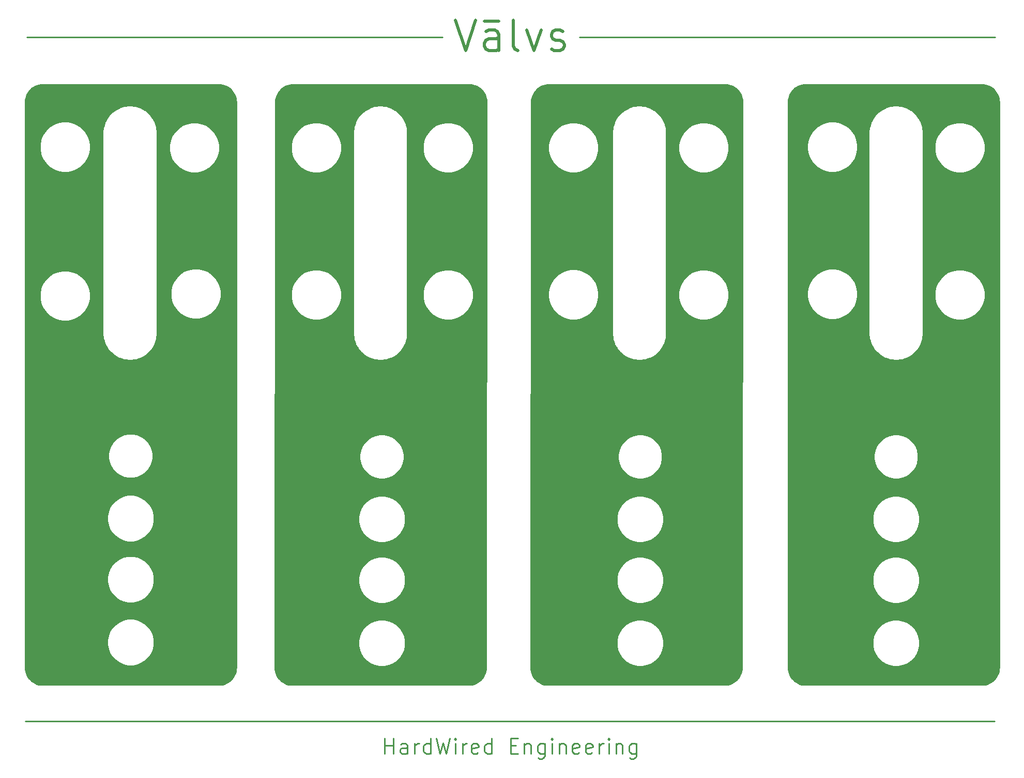
<source format=gtl>
%TF.GenerationSoftware,KiCad,Pcbnew,(5.1.6-0-10_14)*%
%TF.CreationDate,2022-01-22T16:53:59+00:00*%
%TF.ProjectId,Quad Tube VCA Panel,51756164-2054-4756-9265-205643412050,rev?*%
%TF.SameCoordinates,Original*%
%TF.FileFunction,Copper,L1,Top*%
%TF.FilePolarity,Positive*%
%FSLAX46Y46*%
G04 Gerber Fmt 4.6, Leading zero omitted, Abs format (unit mm)*
G04 Created by KiCad (PCBNEW (5.1.6-0-10_14)) date 2022-01-22 16:53:59*
%MOMM*%
%LPD*%
G01*
G04 APERTURE LIST*
%TA.AperFunction,NonConductor*%
%ADD10C,0.250000*%
%TD*%
%TA.AperFunction,NonConductor*%
%ADD11C,0.500000*%
%TD*%
%TA.AperFunction,Conductor*%
%ADD12C,0.250000*%
%TD*%
%TA.AperFunction,NonConductor*%
%ADD13C,0.254000*%
%TD*%
G04 APERTURE END LIST*
D10*
X67415761Y-186550952D02*
X67415761Y-184050952D01*
X67415761Y-185241428D02*
X68844333Y-185241428D01*
X68844333Y-186550952D02*
X68844333Y-184050952D01*
X71106238Y-186550952D02*
X71106238Y-185241428D01*
X70987190Y-185003333D01*
X70749095Y-184884285D01*
X70272904Y-184884285D01*
X70034809Y-185003333D01*
X71106238Y-186431904D02*
X70868142Y-186550952D01*
X70272904Y-186550952D01*
X70034809Y-186431904D01*
X69915761Y-186193809D01*
X69915761Y-185955714D01*
X70034809Y-185717619D01*
X70272904Y-185598571D01*
X70868142Y-185598571D01*
X71106238Y-185479523D01*
X72296714Y-186550952D02*
X72296714Y-184884285D01*
X72296714Y-185360476D02*
X72415761Y-185122380D01*
X72534809Y-185003333D01*
X72772904Y-184884285D01*
X73011000Y-184884285D01*
X74915761Y-186550952D02*
X74915761Y-184050952D01*
X74915761Y-186431904D02*
X74677666Y-186550952D01*
X74201476Y-186550952D01*
X73963380Y-186431904D01*
X73844333Y-186312857D01*
X73725285Y-186074761D01*
X73725285Y-185360476D01*
X73844333Y-185122380D01*
X73963380Y-185003333D01*
X74201476Y-184884285D01*
X74677666Y-184884285D01*
X74915761Y-185003333D01*
X75868142Y-184050952D02*
X76463380Y-186550952D01*
X76939571Y-184765238D01*
X77415761Y-186550952D01*
X78011000Y-184050952D01*
X78963380Y-186550952D02*
X78963380Y-184884285D01*
X78963380Y-184050952D02*
X78844333Y-184170000D01*
X78963380Y-184289047D01*
X79082428Y-184170000D01*
X78963380Y-184050952D01*
X78963380Y-184289047D01*
X80153857Y-186550952D02*
X80153857Y-184884285D01*
X80153857Y-185360476D02*
X80272904Y-185122380D01*
X80391952Y-185003333D01*
X80630047Y-184884285D01*
X80868142Y-184884285D01*
X82653857Y-186431904D02*
X82415761Y-186550952D01*
X81939571Y-186550952D01*
X81701476Y-186431904D01*
X81582428Y-186193809D01*
X81582428Y-185241428D01*
X81701476Y-185003333D01*
X81939571Y-184884285D01*
X82415761Y-184884285D01*
X82653857Y-185003333D01*
X82772904Y-185241428D01*
X82772904Y-185479523D01*
X81582428Y-185717619D01*
X84915761Y-186550952D02*
X84915761Y-184050952D01*
X84915761Y-186431904D02*
X84677666Y-186550952D01*
X84201476Y-186550952D01*
X83963380Y-186431904D01*
X83844333Y-186312857D01*
X83725285Y-186074761D01*
X83725285Y-185360476D01*
X83844333Y-185122380D01*
X83963380Y-185003333D01*
X84201476Y-184884285D01*
X84677666Y-184884285D01*
X84915761Y-185003333D01*
X88011000Y-185241428D02*
X88844333Y-185241428D01*
X89201476Y-186550952D02*
X88011000Y-186550952D01*
X88011000Y-184050952D01*
X89201476Y-184050952D01*
X90272904Y-184884285D02*
X90272904Y-186550952D01*
X90272904Y-185122380D02*
X90391952Y-185003333D01*
X90630047Y-184884285D01*
X90987190Y-184884285D01*
X91225285Y-185003333D01*
X91344333Y-185241428D01*
X91344333Y-186550952D01*
X93606238Y-184884285D02*
X93606238Y-186908095D01*
X93487190Y-187146190D01*
X93368142Y-187265238D01*
X93130047Y-187384285D01*
X92772904Y-187384285D01*
X92534809Y-187265238D01*
X93606238Y-186431904D02*
X93368142Y-186550952D01*
X92891952Y-186550952D01*
X92653857Y-186431904D01*
X92534809Y-186312857D01*
X92415761Y-186074761D01*
X92415761Y-185360476D01*
X92534809Y-185122380D01*
X92653857Y-185003333D01*
X92891952Y-184884285D01*
X93368142Y-184884285D01*
X93606238Y-185003333D01*
X94796714Y-186550952D02*
X94796714Y-184884285D01*
X94796714Y-184050952D02*
X94677666Y-184170000D01*
X94796714Y-184289047D01*
X94915761Y-184170000D01*
X94796714Y-184050952D01*
X94796714Y-184289047D01*
X95987190Y-184884285D02*
X95987190Y-186550952D01*
X95987190Y-185122380D02*
X96106238Y-185003333D01*
X96344333Y-184884285D01*
X96701476Y-184884285D01*
X96939571Y-185003333D01*
X97058619Y-185241428D01*
X97058619Y-186550952D01*
X99201476Y-186431904D02*
X98963380Y-186550952D01*
X98487190Y-186550952D01*
X98249095Y-186431904D01*
X98130047Y-186193809D01*
X98130047Y-185241428D01*
X98249095Y-185003333D01*
X98487190Y-184884285D01*
X98963380Y-184884285D01*
X99201476Y-185003333D01*
X99320523Y-185241428D01*
X99320523Y-185479523D01*
X98130047Y-185717619D01*
X101344333Y-186431904D02*
X101106238Y-186550952D01*
X100630047Y-186550952D01*
X100391952Y-186431904D01*
X100272904Y-186193809D01*
X100272904Y-185241428D01*
X100391952Y-185003333D01*
X100630047Y-184884285D01*
X101106238Y-184884285D01*
X101344333Y-185003333D01*
X101463380Y-185241428D01*
X101463380Y-185479523D01*
X100272904Y-185717619D01*
X102534809Y-186550952D02*
X102534809Y-184884285D01*
X102534809Y-185360476D02*
X102653857Y-185122380D01*
X102772904Y-185003333D01*
X103011000Y-184884285D01*
X103249095Y-184884285D01*
X104082428Y-186550952D02*
X104082428Y-184884285D01*
X104082428Y-184050952D02*
X103963380Y-184170000D01*
X104082428Y-184289047D01*
X104201476Y-184170000D01*
X104082428Y-184050952D01*
X104082428Y-184289047D01*
X105272904Y-184884285D02*
X105272904Y-186550952D01*
X105272904Y-185122380D02*
X105391952Y-185003333D01*
X105630047Y-184884285D01*
X105987190Y-184884285D01*
X106225285Y-185003333D01*
X106344333Y-185241428D01*
X106344333Y-186550952D01*
X108606238Y-184884285D02*
X108606238Y-186908095D01*
X108487190Y-187146190D01*
X108368142Y-187265238D01*
X108130047Y-187384285D01*
X107772904Y-187384285D01*
X107534809Y-187265238D01*
X108606238Y-186431904D02*
X108368142Y-186550952D01*
X107891952Y-186550952D01*
X107653857Y-186431904D01*
X107534809Y-186312857D01*
X107415761Y-186074761D01*
X107415761Y-185360476D01*
X107534809Y-185122380D01*
X107653857Y-185003333D01*
X107891952Y-184884285D01*
X108368142Y-184884285D01*
X108606238Y-185003333D01*
D11*
X78971333Y-66222904D02*
X80638000Y-71222904D01*
X82304666Y-66222904D01*
X86114190Y-71222904D02*
X86114190Y-68603857D01*
X85876095Y-68127666D01*
X85399904Y-67889571D01*
X84447523Y-67889571D01*
X83971333Y-68127666D01*
X86114190Y-70984809D02*
X85638000Y-71222904D01*
X84447523Y-71222904D01*
X83971333Y-70984809D01*
X83733238Y-70508619D01*
X83733238Y-70032428D01*
X83971333Y-69556238D01*
X84447523Y-69318142D01*
X85638000Y-69318142D01*
X86114190Y-69080047D01*
X83733238Y-66461000D02*
X86114190Y-66461000D01*
X89209428Y-71222904D02*
X88733238Y-70984809D01*
X88495142Y-70508619D01*
X88495142Y-66222904D01*
X90638000Y-67889571D02*
X91828476Y-71222904D01*
X93018952Y-67889571D01*
X94685619Y-70984809D02*
X95161809Y-71222904D01*
X96114190Y-71222904D01*
X96590380Y-70984809D01*
X96828476Y-70508619D01*
X96828476Y-70270523D01*
X96590380Y-69794333D01*
X96114190Y-69556238D01*
X95399904Y-69556238D01*
X94923714Y-69318142D01*
X94685619Y-68841952D01*
X94685619Y-68603857D01*
X94923714Y-68127666D01*
X95399904Y-67889571D01*
X96114190Y-67889571D01*
X96590380Y-68127666D01*
D12*
X8509000Y-181229000D02*
X157480000Y-181229000D01*
X157480000Y-181229000D02*
X167259000Y-181229000D01*
X8763000Y-69088000D02*
X76835000Y-69088000D01*
X99314000Y-69088000D02*
X167386000Y-69088000D01*
D13*
G36*
X40501646Y-76853263D02*
G01*
X40819266Y-76907228D01*
X41128818Y-76996409D01*
X41426468Y-77119700D01*
X41708421Y-77275529D01*
X41971156Y-77461951D01*
X42211376Y-77676624D01*
X42426049Y-77916844D01*
X42612471Y-78179579D01*
X42768300Y-78461532D01*
X42891591Y-78759182D01*
X42980772Y-79068734D01*
X43034737Y-79386354D01*
X43053000Y-79711560D01*
X43053000Y-172383440D01*
X43034737Y-172708646D01*
X42980772Y-173026266D01*
X42891591Y-173335818D01*
X42768300Y-173633468D01*
X42612471Y-173915421D01*
X42426049Y-174178156D01*
X42211376Y-174418376D01*
X41971156Y-174633049D01*
X41708421Y-174819471D01*
X41426468Y-174975300D01*
X41128818Y-175098591D01*
X40819266Y-175187772D01*
X40501646Y-175241737D01*
X40176440Y-175260000D01*
X11385560Y-175260000D01*
X11060354Y-175241737D01*
X10742734Y-175187772D01*
X10433182Y-175098591D01*
X10135532Y-174975300D01*
X9853579Y-174819471D01*
X9590844Y-174633049D01*
X9350624Y-174418376D01*
X9135951Y-174178156D01*
X8949529Y-173915421D01*
X8793700Y-173633468D01*
X8670409Y-173335818D01*
X8581228Y-173026266D01*
X8527263Y-172708646D01*
X8509000Y-172383440D01*
X8509000Y-167894693D01*
X21919683Y-167894693D01*
X21919683Y-168655307D01*
X22068071Y-169401305D01*
X22359145Y-170104019D01*
X22781719Y-170736446D01*
X23319554Y-171274281D01*
X23951981Y-171696855D01*
X24654695Y-171987929D01*
X25400693Y-172136317D01*
X26161307Y-172136317D01*
X26907305Y-171987929D01*
X27610019Y-171696855D01*
X28242446Y-171274281D01*
X28780281Y-170736446D01*
X29202855Y-170104019D01*
X29493929Y-169401305D01*
X29642317Y-168655307D01*
X29642317Y-167894693D01*
X29493929Y-167148695D01*
X29202855Y-166445981D01*
X28780281Y-165813554D01*
X28242446Y-165275719D01*
X27610019Y-164853145D01*
X26907305Y-164562071D01*
X26161307Y-164413683D01*
X25400693Y-164413683D01*
X24654695Y-164562071D01*
X23951981Y-164853145D01*
X23319554Y-165275719D01*
X22781719Y-165813554D01*
X22359145Y-166445981D01*
X22068071Y-167148695D01*
X21919683Y-167894693D01*
X8509000Y-167894693D01*
X8509000Y-157582693D01*
X21919683Y-157582693D01*
X21919683Y-158343307D01*
X22068071Y-159089305D01*
X22359145Y-159792019D01*
X22781719Y-160424446D01*
X23319554Y-160962281D01*
X23951981Y-161384855D01*
X24654695Y-161675929D01*
X25400693Y-161824317D01*
X26161307Y-161824317D01*
X26907305Y-161675929D01*
X27610019Y-161384855D01*
X28242446Y-160962281D01*
X28780281Y-160424446D01*
X29202855Y-159792019D01*
X29493929Y-159089305D01*
X29642317Y-158343307D01*
X29642317Y-157582693D01*
X29493929Y-156836695D01*
X29202855Y-156133981D01*
X28780281Y-155501554D01*
X28242446Y-154963719D01*
X27610019Y-154541145D01*
X26907305Y-154250071D01*
X26161307Y-154101683D01*
X25400693Y-154101683D01*
X24654695Y-154250071D01*
X23951981Y-154541145D01*
X23319554Y-154963719D01*
X22781719Y-155501554D01*
X22359145Y-156133981D01*
X22068071Y-156836695D01*
X21919683Y-157582693D01*
X8509000Y-157582693D01*
X8509000Y-147574693D01*
X21919683Y-147574693D01*
X21919683Y-148335307D01*
X22068071Y-149081305D01*
X22359145Y-149784019D01*
X22781719Y-150416446D01*
X23319554Y-150954281D01*
X23951981Y-151376855D01*
X24654695Y-151667929D01*
X25400693Y-151816317D01*
X26161307Y-151816317D01*
X26907305Y-151667929D01*
X27610019Y-151376855D01*
X28242446Y-150954281D01*
X28780281Y-150416446D01*
X29202855Y-149784019D01*
X29493929Y-149081305D01*
X29642317Y-148335307D01*
X29642317Y-147574693D01*
X29493929Y-146828695D01*
X29202855Y-146125981D01*
X28780281Y-145493554D01*
X28242446Y-144955719D01*
X27610019Y-144533145D01*
X26907305Y-144242071D01*
X26161307Y-144093683D01*
X25400693Y-144093683D01*
X24654695Y-144242071D01*
X23951981Y-144533145D01*
X23319554Y-144955719D01*
X22781719Y-145493554D01*
X22359145Y-146125981D01*
X22068071Y-146828695D01*
X21919683Y-147574693D01*
X8509000Y-147574693D01*
X8509000Y-137355297D01*
X22118720Y-137355297D01*
X22118720Y-138076703D01*
X22259460Y-138784248D01*
X22535530Y-139450740D01*
X22936322Y-140050567D01*
X23446433Y-140560678D01*
X24046260Y-140961470D01*
X24712752Y-141237540D01*
X25420297Y-141378280D01*
X26141703Y-141378280D01*
X26849248Y-141237540D01*
X27515740Y-140961470D01*
X28115567Y-140560678D01*
X28625678Y-140050567D01*
X29026470Y-139450740D01*
X29302540Y-138784248D01*
X29443280Y-138076703D01*
X29443280Y-137355297D01*
X29302540Y-136647752D01*
X29026470Y-135981260D01*
X28625678Y-135381433D01*
X28115567Y-134871322D01*
X27515740Y-134470530D01*
X26849248Y-134194460D01*
X26141703Y-134053720D01*
X25420297Y-134053720D01*
X24712752Y-134194460D01*
X24046260Y-134470530D01*
X23446433Y-134871322D01*
X22936322Y-135381433D01*
X22535530Y-135981260D01*
X22259460Y-136647752D01*
X22118720Y-137355297D01*
X8509000Y-137355297D01*
X8509000Y-117634418D01*
X21184000Y-117634418D01*
X21186975Y-117664626D01*
X21186809Y-117688416D01*
X21187709Y-117697587D01*
X21265433Y-118437095D01*
X21277458Y-118495675D01*
X21288670Y-118554453D01*
X21291334Y-118563274D01*
X21511217Y-119273601D01*
X21534392Y-119328731D01*
X21556806Y-119384210D01*
X21561133Y-119392346D01*
X21914799Y-120046437D01*
X21948244Y-120096021D01*
X21981004Y-120146084D01*
X21986828Y-120153225D01*
X22460805Y-120726165D01*
X22503241Y-120768305D01*
X22545104Y-120811055D01*
X22552205Y-120816928D01*
X23128439Y-121286893D01*
X23178247Y-121319986D01*
X23227621Y-121353793D01*
X23235727Y-121358176D01*
X23892271Y-121707266D01*
X23947586Y-121730065D01*
X24002558Y-121753626D01*
X24011361Y-121756351D01*
X24723206Y-121971270D01*
X24781901Y-121982892D01*
X24840397Y-121995326D01*
X24849562Y-121996289D01*
X25589595Y-122068850D01*
X25618426Y-122068850D01*
X25647092Y-122071964D01*
X25656308Y-122071996D01*
X25682906Y-122071903D01*
X25711586Y-122068990D01*
X25740416Y-122069191D01*
X25749587Y-122068291D01*
X26489095Y-121990567D01*
X26547675Y-121978542D01*
X26606453Y-121967330D01*
X26615274Y-121964666D01*
X27325601Y-121744783D01*
X27380731Y-121721608D01*
X27436210Y-121699194D01*
X27444346Y-121694867D01*
X28098437Y-121341201D01*
X28148021Y-121307756D01*
X28198084Y-121274996D01*
X28205225Y-121269172D01*
X28778165Y-120795195D01*
X28820305Y-120752759D01*
X28863055Y-120710896D01*
X28868928Y-120703795D01*
X29338893Y-120127561D01*
X29371986Y-120077753D01*
X29405793Y-120028379D01*
X29410176Y-120020273D01*
X29759266Y-119363729D01*
X29782065Y-119308414D01*
X29805626Y-119253442D01*
X29808351Y-119244639D01*
X30023270Y-118532794D01*
X30034892Y-118474099D01*
X30047326Y-118415603D01*
X30048289Y-118406438D01*
X30120850Y-117666405D01*
X30120850Y-117666402D01*
X30124000Y-117634419D01*
X30124000Y-110715288D01*
X32289128Y-110715288D01*
X32289128Y-111534712D01*
X32448989Y-112338390D01*
X32762569Y-113095438D01*
X33217816Y-113776764D01*
X33797236Y-114356184D01*
X34478562Y-114811431D01*
X35235610Y-115125011D01*
X36039288Y-115284872D01*
X36858712Y-115284872D01*
X37662390Y-115125011D01*
X38419438Y-114811431D01*
X39100764Y-114356184D01*
X39680184Y-113776764D01*
X40135431Y-113095438D01*
X40449011Y-112338390D01*
X40608872Y-111534712D01*
X40608872Y-110715288D01*
X40449011Y-109911610D01*
X40135431Y-109154562D01*
X39680184Y-108473236D01*
X39100764Y-107893816D01*
X38419438Y-107438569D01*
X37662390Y-107124989D01*
X36858712Y-106965128D01*
X36039288Y-106965128D01*
X35235610Y-107124989D01*
X34478562Y-107438569D01*
X33797236Y-107893816D01*
X33217816Y-108473236D01*
X32762569Y-109154562D01*
X32448989Y-109911610D01*
X32289128Y-110715288D01*
X30124000Y-110715288D01*
X30124000Y-86752288D01*
X32056128Y-86752288D01*
X32056128Y-87571712D01*
X32215989Y-88375390D01*
X32529569Y-89132438D01*
X32984816Y-89813764D01*
X33564236Y-90393184D01*
X34245562Y-90848431D01*
X35002610Y-91162011D01*
X35806288Y-91321872D01*
X36625712Y-91321872D01*
X37429390Y-91162011D01*
X38186438Y-90848431D01*
X38867764Y-90393184D01*
X39447184Y-89813764D01*
X39902431Y-89132438D01*
X40216011Y-88375390D01*
X40375872Y-87571712D01*
X40375872Y-86752288D01*
X40216011Y-85948610D01*
X39902431Y-85191562D01*
X39447184Y-84510236D01*
X38867764Y-83930816D01*
X38186438Y-83475569D01*
X37429390Y-83161989D01*
X36625712Y-83002128D01*
X35806288Y-83002128D01*
X35002610Y-83161989D01*
X34245562Y-83475569D01*
X33564236Y-83930816D01*
X32984816Y-84510236D01*
X32529569Y-85191562D01*
X32215989Y-85948610D01*
X32056128Y-86752288D01*
X30124000Y-86752288D01*
X30124000Y-84676581D01*
X30121025Y-84646373D01*
X30121191Y-84622583D01*
X30120291Y-84613412D01*
X30042566Y-83873905D01*
X30030541Y-83815325D01*
X30019329Y-83756547D01*
X30016666Y-83747725D01*
X29796783Y-83037399D01*
X29773595Y-82982236D01*
X29751193Y-82926790D01*
X29746867Y-82918654D01*
X29393201Y-82264563D01*
X29359756Y-82214979D01*
X29326996Y-82164916D01*
X29321172Y-82157775D01*
X28847195Y-81584835D01*
X28804759Y-81542695D01*
X28762896Y-81499945D01*
X28755795Y-81494072D01*
X28179561Y-81024107D01*
X28129768Y-80991025D01*
X28080379Y-80957207D01*
X28072273Y-80952824D01*
X27415729Y-80603734D01*
X27360428Y-80580941D01*
X27305443Y-80557374D01*
X27296640Y-80554649D01*
X26584794Y-80339730D01*
X26526100Y-80328108D01*
X26467603Y-80315674D01*
X26458438Y-80314711D01*
X25718405Y-80242150D01*
X25689573Y-80242150D01*
X25660907Y-80239036D01*
X25651692Y-80239004D01*
X25625093Y-80239097D01*
X25596413Y-80242010D01*
X25567583Y-80241809D01*
X25558412Y-80242709D01*
X24818905Y-80320434D01*
X24760325Y-80332459D01*
X24701547Y-80343671D01*
X24692725Y-80346334D01*
X23982399Y-80566217D01*
X23927236Y-80589405D01*
X23871790Y-80611807D01*
X23863654Y-80616133D01*
X23209563Y-80969799D01*
X23159979Y-81003244D01*
X23109916Y-81036004D01*
X23102775Y-81041828D01*
X22529835Y-81515805D01*
X22487695Y-81558241D01*
X22444945Y-81600104D01*
X22439072Y-81607205D01*
X21969107Y-82183439D01*
X21936025Y-82233232D01*
X21902207Y-82282621D01*
X21897824Y-82290727D01*
X21548734Y-82947271D01*
X21525941Y-83002572D01*
X21502374Y-83057557D01*
X21499649Y-83066360D01*
X21284730Y-83778206D01*
X21273108Y-83836900D01*
X21260674Y-83895397D01*
X21259711Y-83904562D01*
X21187150Y-84644595D01*
X21187150Y-84644608D01*
X21184001Y-84676581D01*
X21184000Y-117634418D01*
X8509000Y-117634418D01*
X8509000Y-111040288D01*
X10868128Y-111040288D01*
X10868128Y-111859712D01*
X11027989Y-112663390D01*
X11341569Y-113420438D01*
X11796816Y-114101764D01*
X12376236Y-114681184D01*
X13057562Y-115136431D01*
X13814610Y-115450011D01*
X14618288Y-115609872D01*
X15437712Y-115609872D01*
X16241390Y-115450011D01*
X16998438Y-115136431D01*
X17679764Y-114681184D01*
X18259184Y-114101764D01*
X18714431Y-113420438D01*
X19028011Y-112663390D01*
X19187872Y-111859712D01*
X19187872Y-111040288D01*
X19028011Y-110236610D01*
X18714431Y-109479562D01*
X18259184Y-108798236D01*
X17679764Y-108218816D01*
X16998438Y-107763569D01*
X16241390Y-107449989D01*
X15437712Y-107290128D01*
X14618288Y-107290128D01*
X13814610Y-107449989D01*
X13057562Y-107763569D01*
X12376236Y-108218816D01*
X11796816Y-108798236D01*
X11341569Y-109479562D01*
X11027989Y-110236610D01*
X10868128Y-111040288D01*
X8509000Y-111040288D01*
X8509000Y-86625288D01*
X10868128Y-86625288D01*
X10868128Y-87444712D01*
X11027989Y-88248390D01*
X11341569Y-89005438D01*
X11796816Y-89686764D01*
X12376236Y-90266184D01*
X13057562Y-90721431D01*
X13814610Y-91035011D01*
X14618288Y-91194872D01*
X15437712Y-91194872D01*
X16241390Y-91035011D01*
X16998438Y-90721431D01*
X17679764Y-90266184D01*
X18259184Y-89686764D01*
X18714431Y-89005438D01*
X19028011Y-88248390D01*
X19187872Y-87444712D01*
X19187872Y-86625288D01*
X19028011Y-85821610D01*
X18714431Y-85064562D01*
X18259184Y-84383236D01*
X17679764Y-83803816D01*
X16998438Y-83348569D01*
X16241390Y-83034989D01*
X15437712Y-82875128D01*
X14618288Y-82875128D01*
X13814610Y-83034989D01*
X13057562Y-83348569D01*
X12376236Y-83803816D01*
X11796816Y-84383236D01*
X11341569Y-85064562D01*
X11027989Y-85821610D01*
X10868128Y-86625288D01*
X8509000Y-86625288D01*
X8509000Y-79711560D01*
X8527263Y-79386354D01*
X8581228Y-79068734D01*
X8670409Y-78759182D01*
X8793700Y-78461532D01*
X8949529Y-78179579D01*
X9135951Y-77916844D01*
X9350624Y-77676624D01*
X9590844Y-77461951D01*
X9853579Y-77275529D01*
X10135532Y-77119700D01*
X10433182Y-76996409D01*
X10742734Y-76907228D01*
X11060354Y-76853263D01*
X11385560Y-76835000D01*
X40176440Y-76835000D01*
X40501646Y-76853263D01*
G37*
X40501646Y-76853263D02*
X40819266Y-76907228D01*
X41128818Y-76996409D01*
X41426468Y-77119700D01*
X41708421Y-77275529D01*
X41971156Y-77461951D01*
X42211376Y-77676624D01*
X42426049Y-77916844D01*
X42612471Y-78179579D01*
X42768300Y-78461532D01*
X42891591Y-78759182D01*
X42980772Y-79068734D01*
X43034737Y-79386354D01*
X43053000Y-79711560D01*
X43053000Y-172383440D01*
X43034737Y-172708646D01*
X42980772Y-173026266D01*
X42891591Y-173335818D01*
X42768300Y-173633468D01*
X42612471Y-173915421D01*
X42426049Y-174178156D01*
X42211376Y-174418376D01*
X41971156Y-174633049D01*
X41708421Y-174819471D01*
X41426468Y-174975300D01*
X41128818Y-175098591D01*
X40819266Y-175187772D01*
X40501646Y-175241737D01*
X40176440Y-175260000D01*
X11385560Y-175260000D01*
X11060354Y-175241737D01*
X10742734Y-175187772D01*
X10433182Y-175098591D01*
X10135532Y-174975300D01*
X9853579Y-174819471D01*
X9590844Y-174633049D01*
X9350624Y-174418376D01*
X9135951Y-174178156D01*
X8949529Y-173915421D01*
X8793700Y-173633468D01*
X8670409Y-173335818D01*
X8581228Y-173026266D01*
X8527263Y-172708646D01*
X8509000Y-172383440D01*
X8509000Y-167894693D01*
X21919683Y-167894693D01*
X21919683Y-168655307D01*
X22068071Y-169401305D01*
X22359145Y-170104019D01*
X22781719Y-170736446D01*
X23319554Y-171274281D01*
X23951981Y-171696855D01*
X24654695Y-171987929D01*
X25400693Y-172136317D01*
X26161307Y-172136317D01*
X26907305Y-171987929D01*
X27610019Y-171696855D01*
X28242446Y-171274281D01*
X28780281Y-170736446D01*
X29202855Y-170104019D01*
X29493929Y-169401305D01*
X29642317Y-168655307D01*
X29642317Y-167894693D01*
X29493929Y-167148695D01*
X29202855Y-166445981D01*
X28780281Y-165813554D01*
X28242446Y-165275719D01*
X27610019Y-164853145D01*
X26907305Y-164562071D01*
X26161307Y-164413683D01*
X25400693Y-164413683D01*
X24654695Y-164562071D01*
X23951981Y-164853145D01*
X23319554Y-165275719D01*
X22781719Y-165813554D01*
X22359145Y-166445981D01*
X22068071Y-167148695D01*
X21919683Y-167894693D01*
X8509000Y-167894693D01*
X8509000Y-157582693D01*
X21919683Y-157582693D01*
X21919683Y-158343307D01*
X22068071Y-159089305D01*
X22359145Y-159792019D01*
X22781719Y-160424446D01*
X23319554Y-160962281D01*
X23951981Y-161384855D01*
X24654695Y-161675929D01*
X25400693Y-161824317D01*
X26161307Y-161824317D01*
X26907305Y-161675929D01*
X27610019Y-161384855D01*
X28242446Y-160962281D01*
X28780281Y-160424446D01*
X29202855Y-159792019D01*
X29493929Y-159089305D01*
X29642317Y-158343307D01*
X29642317Y-157582693D01*
X29493929Y-156836695D01*
X29202855Y-156133981D01*
X28780281Y-155501554D01*
X28242446Y-154963719D01*
X27610019Y-154541145D01*
X26907305Y-154250071D01*
X26161307Y-154101683D01*
X25400693Y-154101683D01*
X24654695Y-154250071D01*
X23951981Y-154541145D01*
X23319554Y-154963719D01*
X22781719Y-155501554D01*
X22359145Y-156133981D01*
X22068071Y-156836695D01*
X21919683Y-157582693D01*
X8509000Y-157582693D01*
X8509000Y-147574693D01*
X21919683Y-147574693D01*
X21919683Y-148335307D01*
X22068071Y-149081305D01*
X22359145Y-149784019D01*
X22781719Y-150416446D01*
X23319554Y-150954281D01*
X23951981Y-151376855D01*
X24654695Y-151667929D01*
X25400693Y-151816317D01*
X26161307Y-151816317D01*
X26907305Y-151667929D01*
X27610019Y-151376855D01*
X28242446Y-150954281D01*
X28780281Y-150416446D01*
X29202855Y-149784019D01*
X29493929Y-149081305D01*
X29642317Y-148335307D01*
X29642317Y-147574693D01*
X29493929Y-146828695D01*
X29202855Y-146125981D01*
X28780281Y-145493554D01*
X28242446Y-144955719D01*
X27610019Y-144533145D01*
X26907305Y-144242071D01*
X26161307Y-144093683D01*
X25400693Y-144093683D01*
X24654695Y-144242071D01*
X23951981Y-144533145D01*
X23319554Y-144955719D01*
X22781719Y-145493554D01*
X22359145Y-146125981D01*
X22068071Y-146828695D01*
X21919683Y-147574693D01*
X8509000Y-147574693D01*
X8509000Y-137355297D01*
X22118720Y-137355297D01*
X22118720Y-138076703D01*
X22259460Y-138784248D01*
X22535530Y-139450740D01*
X22936322Y-140050567D01*
X23446433Y-140560678D01*
X24046260Y-140961470D01*
X24712752Y-141237540D01*
X25420297Y-141378280D01*
X26141703Y-141378280D01*
X26849248Y-141237540D01*
X27515740Y-140961470D01*
X28115567Y-140560678D01*
X28625678Y-140050567D01*
X29026470Y-139450740D01*
X29302540Y-138784248D01*
X29443280Y-138076703D01*
X29443280Y-137355297D01*
X29302540Y-136647752D01*
X29026470Y-135981260D01*
X28625678Y-135381433D01*
X28115567Y-134871322D01*
X27515740Y-134470530D01*
X26849248Y-134194460D01*
X26141703Y-134053720D01*
X25420297Y-134053720D01*
X24712752Y-134194460D01*
X24046260Y-134470530D01*
X23446433Y-134871322D01*
X22936322Y-135381433D01*
X22535530Y-135981260D01*
X22259460Y-136647752D01*
X22118720Y-137355297D01*
X8509000Y-137355297D01*
X8509000Y-117634418D01*
X21184000Y-117634418D01*
X21186975Y-117664626D01*
X21186809Y-117688416D01*
X21187709Y-117697587D01*
X21265433Y-118437095D01*
X21277458Y-118495675D01*
X21288670Y-118554453D01*
X21291334Y-118563274D01*
X21511217Y-119273601D01*
X21534392Y-119328731D01*
X21556806Y-119384210D01*
X21561133Y-119392346D01*
X21914799Y-120046437D01*
X21948244Y-120096021D01*
X21981004Y-120146084D01*
X21986828Y-120153225D01*
X22460805Y-120726165D01*
X22503241Y-120768305D01*
X22545104Y-120811055D01*
X22552205Y-120816928D01*
X23128439Y-121286893D01*
X23178247Y-121319986D01*
X23227621Y-121353793D01*
X23235727Y-121358176D01*
X23892271Y-121707266D01*
X23947586Y-121730065D01*
X24002558Y-121753626D01*
X24011361Y-121756351D01*
X24723206Y-121971270D01*
X24781901Y-121982892D01*
X24840397Y-121995326D01*
X24849562Y-121996289D01*
X25589595Y-122068850D01*
X25618426Y-122068850D01*
X25647092Y-122071964D01*
X25656308Y-122071996D01*
X25682906Y-122071903D01*
X25711586Y-122068990D01*
X25740416Y-122069191D01*
X25749587Y-122068291D01*
X26489095Y-121990567D01*
X26547675Y-121978542D01*
X26606453Y-121967330D01*
X26615274Y-121964666D01*
X27325601Y-121744783D01*
X27380731Y-121721608D01*
X27436210Y-121699194D01*
X27444346Y-121694867D01*
X28098437Y-121341201D01*
X28148021Y-121307756D01*
X28198084Y-121274996D01*
X28205225Y-121269172D01*
X28778165Y-120795195D01*
X28820305Y-120752759D01*
X28863055Y-120710896D01*
X28868928Y-120703795D01*
X29338893Y-120127561D01*
X29371986Y-120077753D01*
X29405793Y-120028379D01*
X29410176Y-120020273D01*
X29759266Y-119363729D01*
X29782065Y-119308414D01*
X29805626Y-119253442D01*
X29808351Y-119244639D01*
X30023270Y-118532794D01*
X30034892Y-118474099D01*
X30047326Y-118415603D01*
X30048289Y-118406438D01*
X30120850Y-117666405D01*
X30120850Y-117666402D01*
X30124000Y-117634419D01*
X30124000Y-110715288D01*
X32289128Y-110715288D01*
X32289128Y-111534712D01*
X32448989Y-112338390D01*
X32762569Y-113095438D01*
X33217816Y-113776764D01*
X33797236Y-114356184D01*
X34478562Y-114811431D01*
X35235610Y-115125011D01*
X36039288Y-115284872D01*
X36858712Y-115284872D01*
X37662390Y-115125011D01*
X38419438Y-114811431D01*
X39100764Y-114356184D01*
X39680184Y-113776764D01*
X40135431Y-113095438D01*
X40449011Y-112338390D01*
X40608872Y-111534712D01*
X40608872Y-110715288D01*
X40449011Y-109911610D01*
X40135431Y-109154562D01*
X39680184Y-108473236D01*
X39100764Y-107893816D01*
X38419438Y-107438569D01*
X37662390Y-107124989D01*
X36858712Y-106965128D01*
X36039288Y-106965128D01*
X35235610Y-107124989D01*
X34478562Y-107438569D01*
X33797236Y-107893816D01*
X33217816Y-108473236D01*
X32762569Y-109154562D01*
X32448989Y-109911610D01*
X32289128Y-110715288D01*
X30124000Y-110715288D01*
X30124000Y-86752288D01*
X32056128Y-86752288D01*
X32056128Y-87571712D01*
X32215989Y-88375390D01*
X32529569Y-89132438D01*
X32984816Y-89813764D01*
X33564236Y-90393184D01*
X34245562Y-90848431D01*
X35002610Y-91162011D01*
X35806288Y-91321872D01*
X36625712Y-91321872D01*
X37429390Y-91162011D01*
X38186438Y-90848431D01*
X38867764Y-90393184D01*
X39447184Y-89813764D01*
X39902431Y-89132438D01*
X40216011Y-88375390D01*
X40375872Y-87571712D01*
X40375872Y-86752288D01*
X40216011Y-85948610D01*
X39902431Y-85191562D01*
X39447184Y-84510236D01*
X38867764Y-83930816D01*
X38186438Y-83475569D01*
X37429390Y-83161989D01*
X36625712Y-83002128D01*
X35806288Y-83002128D01*
X35002610Y-83161989D01*
X34245562Y-83475569D01*
X33564236Y-83930816D01*
X32984816Y-84510236D01*
X32529569Y-85191562D01*
X32215989Y-85948610D01*
X32056128Y-86752288D01*
X30124000Y-86752288D01*
X30124000Y-84676581D01*
X30121025Y-84646373D01*
X30121191Y-84622583D01*
X30120291Y-84613412D01*
X30042566Y-83873905D01*
X30030541Y-83815325D01*
X30019329Y-83756547D01*
X30016666Y-83747725D01*
X29796783Y-83037399D01*
X29773595Y-82982236D01*
X29751193Y-82926790D01*
X29746867Y-82918654D01*
X29393201Y-82264563D01*
X29359756Y-82214979D01*
X29326996Y-82164916D01*
X29321172Y-82157775D01*
X28847195Y-81584835D01*
X28804759Y-81542695D01*
X28762896Y-81499945D01*
X28755795Y-81494072D01*
X28179561Y-81024107D01*
X28129768Y-80991025D01*
X28080379Y-80957207D01*
X28072273Y-80952824D01*
X27415729Y-80603734D01*
X27360428Y-80580941D01*
X27305443Y-80557374D01*
X27296640Y-80554649D01*
X26584794Y-80339730D01*
X26526100Y-80328108D01*
X26467603Y-80315674D01*
X26458438Y-80314711D01*
X25718405Y-80242150D01*
X25689573Y-80242150D01*
X25660907Y-80239036D01*
X25651692Y-80239004D01*
X25625093Y-80239097D01*
X25596413Y-80242010D01*
X25567583Y-80241809D01*
X25558412Y-80242709D01*
X24818905Y-80320434D01*
X24760325Y-80332459D01*
X24701547Y-80343671D01*
X24692725Y-80346334D01*
X23982399Y-80566217D01*
X23927236Y-80589405D01*
X23871790Y-80611807D01*
X23863654Y-80616133D01*
X23209563Y-80969799D01*
X23159979Y-81003244D01*
X23109916Y-81036004D01*
X23102775Y-81041828D01*
X22529835Y-81515805D01*
X22487695Y-81558241D01*
X22444945Y-81600104D01*
X22439072Y-81607205D01*
X21969107Y-82183439D01*
X21936025Y-82233232D01*
X21902207Y-82282621D01*
X21897824Y-82290727D01*
X21548734Y-82947271D01*
X21525941Y-83002572D01*
X21502374Y-83057557D01*
X21499649Y-83066360D01*
X21284730Y-83778206D01*
X21273108Y-83836900D01*
X21260674Y-83895397D01*
X21259711Y-83904562D01*
X21187150Y-84644595D01*
X21187150Y-84644608D01*
X21184001Y-84676581D01*
X21184000Y-117634418D01*
X8509000Y-117634418D01*
X8509000Y-111040288D01*
X10868128Y-111040288D01*
X10868128Y-111859712D01*
X11027989Y-112663390D01*
X11341569Y-113420438D01*
X11796816Y-114101764D01*
X12376236Y-114681184D01*
X13057562Y-115136431D01*
X13814610Y-115450011D01*
X14618288Y-115609872D01*
X15437712Y-115609872D01*
X16241390Y-115450011D01*
X16998438Y-115136431D01*
X17679764Y-114681184D01*
X18259184Y-114101764D01*
X18714431Y-113420438D01*
X19028011Y-112663390D01*
X19187872Y-111859712D01*
X19187872Y-111040288D01*
X19028011Y-110236610D01*
X18714431Y-109479562D01*
X18259184Y-108798236D01*
X17679764Y-108218816D01*
X16998438Y-107763569D01*
X16241390Y-107449989D01*
X15437712Y-107290128D01*
X14618288Y-107290128D01*
X13814610Y-107449989D01*
X13057562Y-107763569D01*
X12376236Y-108218816D01*
X11796816Y-108798236D01*
X11341569Y-109479562D01*
X11027989Y-110236610D01*
X10868128Y-111040288D01*
X8509000Y-111040288D01*
X8509000Y-86625288D01*
X10868128Y-86625288D01*
X10868128Y-87444712D01*
X11027989Y-88248390D01*
X11341569Y-89005438D01*
X11796816Y-89686764D01*
X12376236Y-90266184D01*
X13057562Y-90721431D01*
X13814610Y-91035011D01*
X14618288Y-91194872D01*
X15437712Y-91194872D01*
X16241390Y-91035011D01*
X16998438Y-90721431D01*
X17679764Y-90266184D01*
X18259184Y-89686764D01*
X18714431Y-89005438D01*
X19028011Y-88248390D01*
X19187872Y-87444712D01*
X19187872Y-86625288D01*
X19028011Y-85821610D01*
X18714431Y-85064562D01*
X18259184Y-84383236D01*
X17679764Y-83803816D01*
X16998438Y-83348569D01*
X16241390Y-83034989D01*
X15437712Y-82875128D01*
X14618288Y-82875128D01*
X13814610Y-83034989D01*
X13057562Y-83348569D01*
X12376236Y-83803816D01*
X11796816Y-84383236D01*
X11341569Y-85064562D01*
X11027989Y-85821610D01*
X10868128Y-86625288D01*
X8509000Y-86625288D01*
X8509000Y-79711560D01*
X8527263Y-79386354D01*
X8581228Y-79068734D01*
X8670409Y-78759182D01*
X8793700Y-78461532D01*
X8949529Y-78179579D01*
X9135951Y-77916844D01*
X9350624Y-77676624D01*
X9590844Y-77461951D01*
X9853579Y-77275529D01*
X10135532Y-77119700D01*
X10433182Y-76996409D01*
X10742734Y-76907228D01*
X11060354Y-76853263D01*
X11385560Y-76835000D01*
X40176440Y-76835000D01*
X40501646Y-76853263D01*
G36*
X81519048Y-76853293D02*
G01*
X81836917Y-76907347D01*
X82146706Y-76996672D01*
X82444551Y-77120156D01*
X82726674Y-77276232D01*
X82989540Y-77462946D01*
X83229815Y-77677927D01*
X83444499Y-77918492D01*
X83630870Y-78181593D01*
X83786583Y-78463916D01*
X83909681Y-78761916D01*
X83998613Y-79071836D01*
X84052254Y-79389759D01*
X84070129Y-79715263D01*
X83950861Y-172387144D01*
X83932209Y-172712062D01*
X83877925Y-173029349D01*
X83788487Y-173338563D01*
X83665014Y-173635841D01*
X83509063Y-173917434D01*
X83322584Y-174179816D01*
X83107931Y-174419679D01*
X82867777Y-174634037D01*
X82605164Y-174820171D01*
X82323365Y-174975763D01*
X82025943Y-175098848D01*
X81716603Y-175187890D01*
X81399248Y-175241765D01*
X81074290Y-175260000D01*
X52283432Y-175260000D01*
X51957952Y-175241707D01*
X51640083Y-175187653D01*
X51330294Y-175098328D01*
X51032449Y-174974844D01*
X50750326Y-174818768D01*
X50487460Y-174632054D01*
X50247185Y-174417073D01*
X50032501Y-174176508D01*
X49846130Y-173913407D01*
X49690417Y-173631084D01*
X49567319Y-173333084D01*
X49478387Y-173023164D01*
X49424746Y-172705241D01*
X49406871Y-172379737D01*
X49412479Y-168021693D01*
X63067683Y-168021693D01*
X63067683Y-168782307D01*
X63216071Y-169528305D01*
X63507145Y-170231019D01*
X63929719Y-170863446D01*
X64467554Y-171401281D01*
X65099981Y-171823855D01*
X65802695Y-172114929D01*
X66548693Y-172263317D01*
X67309307Y-172263317D01*
X68055305Y-172114929D01*
X68758019Y-171823855D01*
X69390446Y-171401281D01*
X69928281Y-170863446D01*
X70350855Y-170231019D01*
X70641929Y-169528305D01*
X70790317Y-168782307D01*
X70790317Y-168021693D01*
X70641929Y-167275695D01*
X70350855Y-166572981D01*
X69928281Y-165940554D01*
X69390446Y-165402719D01*
X68758019Y-164980145D01*
X68055305Y-164689071D01*
X67309307Y-164540683D01*
X66548693Y-164540683D01*
X65802695Y-164689071D01*
X65099981Y-164980145D01*
X64467554Y-165402719D01*
X63929719Y-165940554D01*
X63507145Y-166572981D01*
X63216071Y-167275695D01*
X63067683Y-168021693D01*
X49412479Y-168021693D01*
X49425750Y-157709693D01*
X63067683Y-157709693D01*
X63067683Y-158470307D01*
X63216071Y-159216305D01*
X63507145Y-159919019D01*
X63929719Y-160551446D01*
X64467554Y-161089281D01*
X65099981Y-161511855D01*
X65802695Y-161802929D01*
X66548693Y-161951317D01*
X67309307Y-161951317D01*
X68055305Y-161802929D01*
X68758019Y-161511855D01*
X69390446Y-161089281D01*
X69928281Y-160551446D01*
X70350855Y-159919019D01*
X70641929Y-159216305D01*
X70790317Y-158470307D01*
X70790317Y-157709693D01*
X70641929Y-156963695D01*
X70350855Y-156260981D01*
X69928281Y-155628554D01*
X69390446Y-155090719D01*
X68758019Y-154668145D01*
X68055305Y-154377071D01*
X67309307Y-154228683D01*
X66548693Y-154228683D01*
X65802695Y-154377071D01*
X65099981Y-154668145D01*
X64467554Y-155090719D01*
X63929719Y-155628554D01*
X63507145Y-156260981D01*
X63216071Y-156963695D01*
X63067683Y-157709693D01*
X49425750Y-157709693D01*
X49438630Y-147701693D01*
X63067683Y-147701693D01*
X63067683Y-148462307D01*
X63216071Y-149208305D01*
X63507145Y-149911019D01*
X63929719Y-150543446D01*
X64467554Y-151081281D01*
X65099981Y-151503855D01*
X65802695Y-151794929D01*
X66548693Y-151943317D01*
X67309307Y-151943317D01*
X68055305Y-151794929D01*
X68758019Y-151503855D01*
X69390446Y-151081281D01*
X69928281Y-150543446D01*
X70350855Y-149911019D01*
X70641929Y-149208305D01*
X70790317Y-148462307D01*
X70790317Y-147701693D01*
X70641929Y-146955695D01*
X70350855Y-146252981D01*
X69928281Y-145620554D01*
X69390446Y-145082719D01*
X68758019Y-144660145D01*
X68055305Y-144369071D01*
X67309307Y-144220683D01*
X66548693Y-144220683D01*
X65802695Y-144369071D01*
X65099981Y-144660145D01*
X64467554Y-145082719D01*
X63929719Y-145620554D01*
X63507145Y-146252981D01*
X63216071Y-146955695D01*
X63067683Y-147701693D01*
X49438630Y-147701693D01*
X49451782Y-137482297D01*
X63266720Y-137482297D01*
X63266720Y-138203703D01*
X63407460Y-138911248D01*
X63683530Y-139577740D01*
X64084322Y-140177567D01*
X64594433Y-140687678D01*
X65194260Y-141088470D01*
X65860752Y-141364540D01*
X66568297Y-141505280D01*
X67289703Y-141505280D01*
X67997248Y-141364540D01*
X68663740Y-141088470D01*
X69263567Y-140687678D01*
X69773678Y-140177567D01*
X70174470Y-139577740D01*
X70450540Y-138911248D01*
X70591280Y-138203703D01*
X70591280Y-137482297D01*
X70450540Y-136774752D01*
X70174470Y-136108260D01*
X69773678Y-135508433D01*
X69263567Y-134998322D01*
X68663740Y-134597530D01*
X67997248Y-134321460D01*
X67289703Y-134180720D01*
X66568297Y-134180720D01*
X65860752Y-134321460D01*
X65194260Y-134597530D01*
X64594433Y-134998322D01*
X64084322Y-135508433D01*
X63683530Y-136108260D01*
X63407460Y-136774752D01*
X63266720Y-137482297D01*
X49451782Y-137482297D01*
X49477327Y-117634418D01*
X62205000Y-117634418D01*
X62207975Y-117664626D01*
X62207809Y-117688416D01*
X62208709Y-117697587D01*
X62286433Y-118437095D01*
X62298458Y-118495675D01*
X62309670Y-118554453D01*
X62312334Y-118563274D01*
X62532217Y-119273601D01*
X62555392Y-119328731D01*
X62577806Y-119384210D01*
X62582133Y-119392346D01*
X62935799Y-120046437D01*
X62969244Y-120096021D01*
X63002004Y-120146084D01*
X63007828Y-120153225D01*
X63481805Y-120726165D01*
X63524241Y-120768305D01*
X63566104Y-120811055D01*
X63573205Y-120816928D01*
X64149439Y-121286893D01*
X64199247Y-121319986D01*
X64248621Y-121353793D01*
X64256727Y-121358176D01*
X64913271Y-121707266D01*
X64968586Y-121730065D01*
X65023558Y-121753626D01*
X65032361Y-121756351D01*
X65744206Y-121971270D01*
X65802901Y-121982892D01*
X65861397Y-121995326D01*
X65870562Y-121996289D01*
X66610595Y-122068850D01*
X66639426Y-122068850D01*
X66668092Y-122071964D01*
X66677308Y-122071996D01*
X66703906Y-122071903D01*
X66732586Y-122068990D01*
X66761416Y-122069191D01*
X66770587Y-122068291D01*
X67510095Y-121990567D01*
X67568675Y-121978542D01*
X67627453Y-121967330D01*
X67636274Y-121964666D01*
X68346601Y-121744783D01*
X68401731Y-121721608D01*
X68457210Y-121699194D01*
X68465346Y-121694867D01*
X69119437Y-121341201D01*
X69169021Y-121307756D01*
X69219084Y-121274996D01*
X69226225Y-121269172D01*
X69799165Y-120795195D01*
X69841305Y-120752759D01*
X69884055Y-120710896D01*
X69889928Y-120703795D01*
X70359893Y-120127561D01*
X70392986Y-120077753D01*
X70426793Y-120028379D01*
X70431176Y-120020273D01*
X70780266Y-119363729D01*
X70803065Y-119308414D01*
X70826626Y-119253442D01*
X70829351Y-119244639D01*
X71044270Y-118532794D01*
X71055892Y-118474099D01*
X71068326Y-118415603D01*
X71069289Y-118406438D01*
X71141850Y-117666405D01*
X71141850Y-117666402D01*
X71145000Y-117634419D01*
X71145000Y-110882288D01*
X73606128Y-110882288D01*
X73606128Y-111701712D01*
X73765989Y-112505390D01*
X74079569Y-113262438D01*
X74534816Y-113943764D01*
X75114236Y-114523184D01*
X75795562Y-114978431D01*
X76552610Y-115292011D01*
X77356288Y-115451872D01*
X78175712Y-115451872D01*
X78979390Y-115292011D01*
X79736438Y-114978431D01*
X80417764Y-114523184D01*
X80997184Y-113943764D01*
X81452431Y-113262438D01*
X81766011Y-112505390D01*
X81925872Y-111701712D01*
X81925872Y-110882288D01*
X81766011Y-110078610D01*
X81452431Y-109321562D01*
X80997184Y-108640236D01*
X80417764Y-108060816D01*
X79736438Y-107605569D01*
X78979390Y-107291989D01*
X78175712Y-107132128D01*
X77356288Y-107132128D01*
X76552610Y-107291989D01*
X75795562Y-107605569D01*
X75114236Y-108060816D01*
X74534816Y-108640236D01*
X74079569Y-109321562D01*
X73765989Y-110078610D01*
X73606128Y-110882288D01*
X71145000Y-110882288D01*
X71145000Y-86752288D01*
X73606128Y-86752288D01*
X73606128Y-87571712D01*
X73765989Y-88375390D01*
X74079569Y-89132438D01*
X74534816Y-89813764D01*
X75114236Y-90393184D01*
X75795562Y-90848431D01*
X76552610Y-91162011D01*
X77356288Y-91321872D01*
X78175712Y-91321872D01*
X78979390Y-91162011D01*
X79736438Y-90848431D01*
X80417764Y-90393184D01*
X80997184Y-89813764D01*
X81452431Y-89132438D01*
X81766011Y-88375390D01*
X81925872Y-87571712D01*
X81925872Y-86752288D01*
X81766011Y-85948610D01*
X81452431Y-85191562D01*
X80997184Y-84510236D01*
X80417764Y-83930816D01*
X79736438Y-83475569D01*
X78979390Y-83161989D01*
X78175712Y-83002128D01*
X77356288Y-83002128D01*
X76552610Y-83161989D01*
X75795562Y-83475569D01*
X75114236Y-83930816D01*
X74534816Y-84510236D01*
X74079569Y-85191562D01*
X73765989Y-85948610D01*
X73606128Y-86752288D01*
X71145000Y-86752288D01*
X71145000Y-84676581D01*
X71142025Y-84646373D01*
X71142191Y-84622583D01*
X71141291Y-84613412D01*
X71063566Y-83873905D01*
X71051541Y-83815325D01*
X71040329Y-83756547D01*
X71037666Y-83747725D01*
X70817783Y-83037399D01*
X70794595Y-82982236D01*
X70772193Y-82926790D01*
X70767867Y-82918654D01*
X70414201Y-82264563D01*
X70380756Y-82214979D01*
X70347996Y-82164916D01*
X70342172Y-82157775D01*
X69868195Y-81584835D01*
X69825759Y-81542695D01*
X69783896Y-81499945D01*
X69776795Y-81494072D01*
X69200561Y-81024107D01*
X69150768Y-80991025D01*
X69101379Y-80957207D01*
X69093273Y-80952824D01*
X68436729Y-80603734D01*
X68381428Y-80580941D01*
X68326443Y-80557374D01*
X68317640Y-80554649D01*
X67605794Y-80339730D01*
X67547100Y-80328108D01*
X67488603Y-80315674D01*
X67479438Y-80314711D01*
X66739405Y-80242150D01*
X66710573Y-80242150D01*
X66681907Y-80239036D01*
X66672692Y-80239004D01*
X66646093Y-80239097D01*
X66617413Y-80242010D01*
X66588583Y-80241809D01*
X66579412Y-80242709D01*
X65839905Y-80320434D01*
X65781325Y-80332459D01*
X65722547Y-80343671D01*
X65713725Y-80346334D01*
X65003399Y-80566217D01*
X64948236Y-80589405D01*
X64892790Y-80611807D01*
X64884654Y-80616133D01*
X64230563Y-80969799D01*
X64180979Y-81003244D01*
X64130916Y-81036004D01*
X64123775Y-81041828D01*
X63550835Y-81515805D01*
X63508695Y-81558241D01*
X63465945Y-81600104D01*
X63460072Y-81607205D01*
X62990107Y-82183439D01*
X62957025Y-82233232D01*
X62923207Y-82282621D01*
X62918824Y-82290727D01*
X62569734Y-82947271D01*
X62546941Y-83002572D01*
X62523374Y-83057557D01*
X62520649Y-83066360D01*
X62305730Y-83778206D01*
X62294108Y-83836900D01*
X62281674Y-83895397D01*
X62280711Y-83904562D01*
X62208150Y-84644595D01*
X62208150Y-84644608D01*
X62205001Y-84676581D01*
X62205000Y-117634418D01*
X49477327Y-117634418D01*
X49486017Y-110882288D01*
X52016128Y-110882288D01*
X52016128Y-111701712D01*
X52175989Y-112505390D01*
X52489569Y-113262438D01*
X52944816Y-113943764D01*
X53524236Y-114523184D01*
X54205562Y-114978431D01*
X54962610Y-115292011D01*
X55766288Y-115451872D01*
X56585712Y-115451872D01*
X57389390Y-115292011D01*
X58146438Y-114978431D01*
X58827764Y-114523184D01*
X59407184Y-113943764D01*
X59862431Y-113262438D01*
X60176011Y-112505390D01*
X60335872Y-111701712D01*
X60335872Y-110882288D01*
X60176011Y-110078610D01*
X59862431Y-109321562D01*
X59407184Y-108640236D01*
X58827764Y-108060816D01*
X58146438Y-107605569D01*
X57389390Y-107291989D01*
X56585712Y-107132128D01*
X55766288Y-107132128D01*
X54962610Y-107291989D01*
X54205562Y-107605569D01*
X53524236Y-108060816D01*
X52944816Y-108640236D01*
X52489569Y-109321562D01*
X52175989Y-110078610D01*
X52016128Y-110882288D01*
X49486017Y-110882288D01*
X49517072Y-86752288D01*
X52016128Y-86752288D01*
X52016128Y-87571712D01*
X52175989Y-88375390D01*
X52489569Y-89132438D01*
X52944816Y-89813764D01*
X53524236Y-90393184D01*
X54205562Y-90848431D01*
X54962610Y-91162011D01*
X55766288Y-91321872D01*
X56585712Y-91321872D01*
X57389390Y-91162011D01*
X58146438Y-90848431D01*
X58827764Y-90393184D01*
X59407184Y-89813764D01*
X59862431Y-89132438D01*
X60176011Y-88375390D01*
X60335872Y-87571712D01*
X60335872Y-86752288D01*
X60176011Y-85948610D01*
X59862431Y-85191562D01*
X59407184Y-84510236D01*
X58827764Y-83930816D01*
X58146438Y-83475569D01*
X57389390Y-83161989D01*
X56585712Y-83002128D01*
X55766288Y-83002128D01*
X54962610Y-83161989D01*
X54205562Y-83475569D01*
X53524236Y-83930816D01*
X52944816Y-84510236D01*
X52489569Y-85191562D01*
X52175989Y-85948610D01*
X52016128Y-86752288D01*
X49517072Y-86752288D01*
X49526139Y-79707856D01*
X49544791Y-79382938D01*
X49599075Y-79065651D01*
X49688513Y-78756437D01*
X49811986Y-78459159D01*
X49967937Y-78177566D01*
X50154416Y-77915184D01*
X50369069Y-77675321D01*
X50609223Y-77460963D01*
X50871836Y-77274829D01*
X51153635Y-77119237D01*
X51451057Y-76996152D01*
X51760397Y-76907110D01*
X52077752Y-76853235D01*
X52402710Y-76835000D01*
X81193568Y-76835000D01*
X81519048Y-76853293D01*
G37*
X81519048Y-76853293D02*
X81836917Y-76907347D01*
X82146706Y-76996672D01*
X82444551Y-77120156D01*
X82726674Y-77276232D01*
X82989540Y-77462946D01*
X83229815Y-77677927D01*
X83444499Y-77918492D01*
X83630870Y-78181593D01*
X83786583Y-78463916D01*
X83909681Y-78761916D01*
X83998613Y-79071836D01*
X84052254Y-79389759D01*
X84070129Y-79715263D01*
X83950861Y-172387144D01*
X83932209Y-172712062D01*
X83877925Y-173029349D01*
X83788487Y-173338563D01*
X83665014Y-173635841D01*
X83509063Y-173917434D01*
X83322584Y-174179816D01*
X83107931Y-174419679D01*
X82867777Y-174634037D01*
X82605164Y-174820171D01*
X82323365Y-174975763D01*
X82025943Y-175098848D01*
X81716603Y-175187890D01*
X81399248Y-175241765D01*
X81074290Y-175260000D01*
X52283432Y-175260000D01*
X51957952Y-175241707D01*
X51640083Y-175187653D01*
X51330294Y-175098328D01*
X51032449Y-174974844D01*
X50750326Y-174818768D01*
X50487460Y-174632054D01*
X50247185Y-174417073D01*
X50032501Y-174176508D01*
X49846130Y-173913407D01*
X49690417Y-173631084D01*
X49567319Y-173333084D01*
X49478387Y-173023164D01*
X49424746Y-172705241D01*
X49406871Y-172379737D01*
X49412479Y-168021693D01*
X63067683Y-168021693D01*
X63067683Y-168782307D01*
X63216071Y-169528305D01*
X63507145Y-170231019D01*
X63929719Y-170863446D01*
X64467554Y-171401281D01*
X65099981Y-171823855D01*
X65802695Y-172114929D01*
X66548693Y-172263317D01*
X67309307Y-172263317D01*
X68055305Y-172114929D01*
X68758019Y-171823855D01*
X69390446Y-171401281D01*
X69928281Y-170863446D01*
X70350855Y-170231019D01*
X70641929Y-169528305D01*
X70790317Y-168782307D01*
X70790317Y-168021693D01*
X70641929Y-167275695D01*
X70350855Y-166572981D01*
X69928281Y-165940554D01*
X69390446Y-165402719D01*
X68758019Y-164980145D01*
X68055305Y-164689071D01*
X67309307Y-164540683D01*
X66548693Y-164540683D01*
X65802695Y-164689071D01*
X65099981Y-164980145D01*
X64467554Y-165402719D01*
X63929719Y-165940554D01*
X63507145Y-166572981D01*
X63216071Y-167275695D01*
X63067683Y-168021693D01*
X49412479Y-168021693D01*
X49425750Y-157709693D01*
X63067683Y-157709693D01*
X63067683Y-158470307D01*
X63216071Y-159216305D01*
X63507145Y-159919019D01*
X63929719Y-160551446D01*
X64467554Y-161089281D01*
X65099981Y-161511855D01*
X65802695Y-161802929D01*
X66548693Y-161951317D01*
X67309307Y-161951317D01*
X68055305Y-161802929D01*
X68758019Y-161511855D01*
X69390446Y-161089281D01*
X69928281Y-160551446D01*
X70350855Y-159919019D01*
X70641929Y-159216305D01*
X70790317Y-158470307D01*
X70790317Y-157709693D01*
X70641929Y-156963695D01*
X70350855Y-156260981D01*
X69928281Y-155628554D01*
X69390446Y-155090719D01*
X68758019Y-154668145D01*
X68055305Y-154377071D01*
X67309307Y-154228683D01*
X66548693Y-154228683D01*
X65802695Y-154377071D01*
X65099981Y-154668145D01*
X64467554Y-155090719D01*
X63929719Y-155628554D01*
X63507145Y-156260981D01*
X63216071Y-156963695D01*
X63067683Y-157709693D01*
X49425750Y-157709693D01*
X49438630Y-147701693D01*
X63067683Y-147701693D01*
X63067683Y-148462307D01*
X63216071Y-149208305D01*
X63507145Y-149911019D01*
X63929719Y-150543446D01*
X64467554Y-151081281D01*
X65099981Y-151503855D01*
X65802695Y-151794929D01*
X66548693Y-151943317D01*
X67309307Y-151943317D01*
X68055305Y-151794929D01*
X68758019Y-151503855D01*
X69390446Y-151081281D01*
X69928281Y-150543446D01*
X70350855Y-149911019D01*
X70641929Y-149208305D01*
X70790317Y-148462307D01*
X70790317Y-147701693D01*
X70641929Y-146955695D01*
X70350855Y-146252981D01*
X69928281Y-145620554D01*
X69390446Y-145082719D01*
X68758019Y-144660145D01*
X68055305Y-144369071D01*
X67309307Y-144220683D01*
X66548693Y-144220683D01*
X65802695Y-144369071D01*
X65099981Y-144660145D01*
X64467554Y-145082719D01*
X63929719Y-145620554D01*
X63507145Y-146252981D01*
X63216071Y-146955695D01*
X63067683Y-147701693D01*
X49438630Y-147701693D01*
X49451782Y-137482297D01*
X63266720Y-137482297D01*
X63266720Y-138203703D01*
X63407460Y-138911248D01*
X63683530Y-139577740D01*
X64084322Y-140177567D01*
X64594433Y-140687678D01*
X65194260Y-141088470D01*
X65860752Y-141364540D01*
X66568297Y-141505280D01*
X67289703Y-141505280D01*
X67997248Y-141364540D01*
X68663740Y-141088470D01*
X69263567Y-140687678D01*
X69773678Y-140177567D01*
X70174470Y-139577740D01*
X70450540Y-138911248D01*
X70591280Y-138203703D01*
X70591280Y-137482297D01*
X70450540Y-136774752D01*
X70174470Y-136108260D01*
X69773678Y-135508433D01*
X69263567Y-134998322D01*
X68663740Y-134597530D01*
X67997248Y-134321460D01*
X67289703Y-134180720D01*
X66568297Y-134180720D01*
X65860752Y-134321460D01*
X65194260Y-134597530D01*
X64594433Y-134998322D01*
X64084322Y-135508433D01*
X63683530Y-136108260D01*
X63407460Y-136774752D01*
X63266720Y-137482297D01*
X49451782Y-137482297D01*
X49477327Y-117634418D01*
X62205000Y-117634418D01*
X62207975Y-117664626D01*
X62207809Y-117688416D01*
X62208709Y-117697587D01*
X62286433Y-118437095D01*
X62298458Y-118495675D01*
X62309670Y-118554453D01*
X62312334Y-118563274D01*
X62532217Y-119273601D01*
X62555392Y-119328731D01*
X62577806Y-119384210D01*
X62582133Y-119392346D01*
X62935799Y-120046437D01*
X62969244Y-120096021D01*
X63002004Y-120146084D01*
X63007828Y-120153225D01*
X63481805Y-120726165D01*
X63524241Y-120768305D01*
X63566104Y-120811055D01*
X63573205Y-120816928D01*
X64149439Y-121286893D01*
X64199247Y-121319986D01*
X64248621Y-121353793D01*
X64256727Y-121358176D01*
X64913271Y-121707266D01*
X64968586Y-121730065D01*
X65023558Y-121753626D01*
X65032361Y-121756351D01*
X65744206Y-121971270D01*
X65802901Y-121982892D01*
X65861397Y-121995326D01*
X65870562Y-121996289D01*
X66610595Y-122068850D01*
X66639426Y-122068850D01*
X66668092Y-122071964D01*
X66677308Y-122071996D01*
X66703906Y-122071903D01*
X66732586Y-122068990D01*
X66761416Y-122069191D01*
X66770587Y-122068291D01*
X67510095Y-121990567D01*
X67568675Y-121978542D01*
X67627453Y-121967330D01*
X67636274Y-121964666D01*
X68346601Y-121744783D01*
X68401731Y-121721608D01*
X68457210Y-121699194D01*
X68465346Y-121694867D01*
X69119437Y-121341201D01*
X69169021Y-121307756D01*
X69219084Y-121274996D01*
X69226225Y-121269172D01*
X69799165Y-120795195D01*
X69841305Y-120752759D01*
X69884055Y-120710896D01*
X69889928Y-120703795D01*
X70359893Y-120127561D01*
X70392986Y-120077753D01*
X70426793Y-120028379D01*
X70431176Y-120020273D01*
X70780266Y-119363729D01*
X70803065Y-119308414D01*
X70826626Y-119253442D01*
X70829351Y-119244639D01*
X71044270Y-118532794D01*
X71055892Y-118474099D01*
X71068326Y-118415603D01*
X71069289Y-118406438D01*
X71141850Y-117666405D01*
X71141850Y-117666402D01*
X71145000Y-117634419D01*
X71145000Y-110882288D01*
X73606128Y-110882288D01*
X73606128Y-111701712D01*
X73765989Y-112505390D01*
X74079569Y-113262438D01*
X74534816Y-113943764D01*
X75114236Y-114523184D01*
X75795562Y-114978431D01*
X76552610Y-115292011D01*
X77356288Y-115451872D01*
X78175712Y-115451872D01*
X78979390Y-115292011D01*
X79736438Y-114978431D01*
X80417764Y-114523184D01*
X80997184Y-113943764D01*
X81452431Y-113262438D01*
X81766011Y-112505390D01*
X81925872Y-111701712D01*
X81925872Y-110882288D01*
X81766011Y-110078610D01*
X81452431Y-109321562D01*
X80997184Y-108640236D01*
X80417764Y-108060816D01*
X79736438Y-107605569D01*
X78979390Y-107291989D01*
X78175712Y-107132128D01*
X77356288Y-107132128D01*
X76552610Y-107291989D01*
X75795562Y-107605569D01*
X75114236Y-108060816D01*
X74534816Y-108640236D01*
X74079569Y-109321562D01*
X73765989Y-110078610D01*
X73606128Y-110882288D01*
X71145000Y-110882288D01*
X71145000Y-86752288D01*
X73606128Y-86752288D01*
X73606128Y-87571712D01*
X73765989Y-88375390D01*
X74079569Y-89132438D01*
X74534816Y-89813764D01*
X75114236Y-90393184D01*
X75795562Y-90848431D01*
X76552610Y-91162011D01*
X77356288Y-91321872D01*
X78175712Y-91321872D01*
X78979390Y-91162011D01*
X79736438Y-90848431D01*
X80417764Y-90393184D01*
X80997184Y-89813764D01*
X81452431Y-89132438D01*
X81766011Y-88375390D01*
X81925872Y-87571712D01*
X81925872Y-86752288D01*
X81766011Y-85948610D01*
X81452431Y-85191562D01*
X80997184Y-84510236D01*
X80417764Y-83930816D01*
X79736438Y-83475569D01*
X78979390Y-83161989D01*
X78175712Y-83002128D01*
X77356288Y-83002128D01*
X76552610Y-83161989D01*
X75795562Y-83475569D01*
X75114236Y-83930816D01*
X74534816Y-84510236D01*
X74079569Y-85191562D01*
X73765989Y-85948610D01*
X73606128Y-86752288D01*
X71145000Y-86752288D01*
X71145000Y-84676581D01*
X71142025Y-84646373D01*
X71142191Y-84622583D01*
X71141291Y-84613412D01*
X71063566Y-83873905D01*
X71051541Y-83815325D01*
X71040329Y-83756547D01*
X71037666Y-83747725D01*
X70817783Y-83037399D01*
X70794595Y-82982236D01*
X70772193Y-82926790D01*
X70767867Y-82918654D01*
X70414201Y-82264563D01*
X70380756Y-82214979D01*
X70347996Y-82164916D01*
X70342172Y-82157775D01*
X69868195Y-81584835D01*
X69825759Y-81542695D01*
X69783896Y-81499945D01*
X69776795Y-81494072D01*
X69200561Y-81024107D01*
X69150768Y-80991025D01*
X69101379Y-80957207D01*
X69093273Y-80952824D01*
X68436729Y-80603734D01*
X68381428Y-80580941D01*
X68326443Y-80557374D01*
X68317640Y-80554649D01*
X67605794Y-80339730D01*
X67547100Y-80328108D01*
X67488603Y-80315674D01*
X67479438Y-80314711D01*
X66739405Y-80242150D01*
X66710573Y-80242150D01*
X66681907Y-80239036D01*
X66672692Y-80239004D01*
X66646093Y-80239097D01*
X66617413Y-80242010D01*
X66588583Y-80241809D01*
X66579412Y-80242709D01*
X65839905Y-80320434D01*
X65781325Y-80332459D01*
X65722547Y-80343671D01*
X65713725Y-80346334D01*
X65003399Y-80566217D01*
X64948236Y-80589405D01*
X64892790Y-80611807D01*
X64884654Y-80616133D01*
X64230563Y-80969799D01*
X64180979Y-81003244D01*
X64130916Y-81036004D01*
X64123775Y-81041828D01*
X63550835Y-81515805D01*
X63508695Y-81558241D01*
X63465945Y-81600104D01*
X63460072Y-81607205D01*
X62990107Y-82183439D01*
X62957025Y-82233232D01*
X62923207Y-82282621D01*
X62918824Y-82290727D01*
X62569734Y-82947271D01*
X62546941Y-83002572D01*
X62523374Y-83057557D01*
X62520649Y-83066360D01*
X62305730Y-83778206D01*
X62294108Y-83836900D01*
X62281674Y-83895397D01*
X62280711Y-83904562D01*
X62208150Y-84644595D01*
X62208150Y-84644608D01*
X62205001Y-84676581D01*
X62205000Y-117634418D01*
X49477327Y-117634418D01*
X49486017Y-110882288D01*
X52016128Y-110882288D01*
X52016128Y-111701712D01*
X52175989Y-112505390D01*
X52489569Y-113262438D01*
X52944816Y-113943764D01*
X53524236Y-114523184D01*
X54205562Y-114978431D01*
X54962610Y-115292011D01*
X55766288Y-115451872D01*
X56585712Y-115451872D01*
X57389390Y-115292011D01*
X58146438Y-114978431D01*
X58827764Y-114523184D01*
X59407184Y-113943764D01*
X59862431Y-113262438D01*
X60176011Y-112505390D01*
X60335872Y-111701712D01*
X60335872Y-110882288D01*
X60176011Y-110078610D01*
X59862431Y-109321562D01*
X59407184Y-108640236D01*
X58827764Y-108060816D01*
X58146438Y-107605569D01*
X57389390Y-107291989D01*
X56585712Y-107132128D01*
X55766288Y-107132128D01*
X54962610Y-107291989D01*
X54205562Y-107605569D01*
X53524236Y-108060816D01*
X52944816Y-108640236D01*
X52489569Y-109321562D01*
X52175989Y-110078610D01*
X52016128Y-110882288D01*
X49486017Y-110882288D01*
X49517072Y-86752288D01*
X52016128Y-86752288D01*
X52016128Y-87571712D01*
X52175989Y-88375390D01*
X52489569Y-89132438D01*
X52944816Y-89813764D01*
X53524236Y-90393184D01*
X54205562Y-90848431D01*
X54962610Y-91162011D01*
X55766288Y-91321872D01*
X56585712Y-91321872D01*
X57389390Y-91162011D01*
X58146438Y-90848431D01*
X58827764Y-90393184D01*
X59407184Y-89813764D01*
X59862431Y-89132438D01*
X60176011Y-88375390D01*
X60335872Y-87571712D01*
X60335872Y-86752288D01*
X60176011Y-85948610D01*
X59862431Y-85191562D01*
X59407184Y-84510236D01*
X58827764Y-83930816D01*
X58146438Y-83475569D01*
X57389390Y-83161989D01*
X56585712Y-83002128D01*
X55766288Y-83002128D01*
X54962610Y-83161989D01*
X54205562Y-83475569D01*
X53524236Y-83930816D01*
X52944816Y-84510236D01*
X52489569Y-85191562D01*
X52175989Y-85948610D01*
X52016128Y-86752288D01*
X49517072Y-86752288D01*
X49526139Y-79707856D01*
X49544791Y-79382938D01*
X49599075Y-79065651D01*
X49688513Y-78756437D01*
X49811986Y-78459159D01*
X49967937Y-78177566D01*
X50154416Y-77915184D01*
X50369069Y-77675321D01*
X50609223Y-77460963D01*
X50871836Y-77274829D01*
X51153635Y-77119237D01*
X51451057Y-76996152D01*
X51760397Y-76907110D01*
X52077752Y-76853235D01*
X52402710Y-76835000D01*
X81193568Y-76835000D01*
X81519048Y-76853293D01*
G36*
X123429048Y-76853293D02*
G01*
X123746917Y-76907347D01*
X124056706Y-76996672D01*
X124354551Y-77120156D01*
X124636674Y-77276232D01*
X124899540Y-77462946D01*
X125139815Y-77677927D01*
X125354499Y-77918492D01*
X125540870Y-78181593D01*
X125696583Y-78463916D01*
X125819681Y-78761916D01*
X125908613Y-79071836D01*
X125962254Y-79389759D01*
X125980129Y-79715263D01*
X125860861Y-172387144D01*
X125842209Y-172712062D01*
X125787925Y-173029349D01*
X125698487Y-173338563D01*
X125575014Y-173635841D01*
X125419063Y-173917434D01*
X125232584Y-174179816D01*
X125017931Y-174419679D01*
X124777777Y-174634037D01*
X124515164Y-174820171D01*
X124233365Y-174975763D01*
X123935943Y-175098848D01*
X123626603Y-175187890D01*
X123309248Y-175241765D01*
X122984290Y-175260000D01*
X94193432Y-175260000D01*
X93867952Y-175241707D01*
X93550083Y-175187653D01*
X93240294Y-175098328D01*
X92942449Y-174974844D01*
X92660326Y-174818768D01*
X92397460Y-174632054D01*
X92157185Y-174417073D01*
X91942501Y-174176508D01*
X91756130Y-173913407D01*
X91600417Y-173631084D01*
X91477319Y-173333084D01*
X91388387Y-173023164D01*
X91334746Y-172705241D01*
X91316871Y-172379737D01*
X91322479Y-168021693D01*
X105358683Y-168021693D01*
X105358683Y-168782307D01*
X105507071Y-169528305D01*
X105798145Y-170231019D01*
X106220719Y-170863446D01*
X106758554Y-171401281D01*
X107390981Y-171823855D01*
X108093695Y-172114929D01*
X108839693Y-172263317D01*
X109600307Y-172263317D01*
X110346305Y-172114929D01*
X111049019Y-171823855D01*
X111681446Y-171401281D01*
X112219281Y-170863446D01*
X112641855Y-170231019D01*
X112932929Y-169528305D01*
X113081317Y-168782307D01*
X113081317Y-168021693D01*
X112932929Y-167275695D01*
X112641855Y-166572981D01*
X112219281Y-165940554D01*
X111681446Y-165402719D01*
X111049019Y-164980145D01*
X110346305Y-164689071D01*
X109600307Y-164540683D01*
X108839693Y-164540683D01*
X108093695Y-164689071D01*
X107390981Y-164980145D01*
X106758554Y-165402719D01*
X106220719Y-165940554D01*
X105798145Y-166572981D01*
X105507071Y-167275695D01*
X105358683Y-168021693D01*
X91322479Y-168021693D01*
X91335750Y-157709693D01*
X105358683Y-157709693D01*
X105358683Y-158470307D01*
X105507071Y-159216305D01*
X105798145Y-159919019D01*
X106220719Y-160551446D01*
X106758554Y-161089281D01*
X107390981Y-161511855D01*
X108093695Y-161802929D01*
X108839693Y-161951317D01*
X109600307Y-161951317D01*
X110346305Y-161802929D01*
X111049019Y-161511855D01*
X111681446Y-161089281D01*
X112219281Y-160551446D01*
X112641855Y-159919019D01*
X112932929Y-159216305D01*
X113081317Y-158470307D01*
X113081317Y-157709693D01*
X112932929Y-156963695D01*
X112641855Y-156260981D01*
X112219281Y-155628554D01*
X111681446Y-155090719D01*
X111049019Y-154668145D01*
X110346305Y-154377071D01*
X109600307Y-154228683D01*
X108839693Y-154228683D01*
X108093695Y-154377071D01*
X107390981Y-154668145D01*
X106758554Y-155090719D01*
X106220719Y-155628554D01*
X105798145Y-156260981D01*
X105507071Y-156963695D01*
X105358683Y-157709693D01*
X91335750Y-157709693D01*
X91348630Y-147701693D01*
X105358683Y-147701693D01*
X105358683Y-148462307D01*
X105507071Y-149208305D01*
X105798145Y-149911019D01*
X106220719Y-150543446D01*
X106758554Y-151081281D01*
X107390981Y-151503855D01*
X108093695Y-151794929D01*
X108839693Y-151943317D01*
X109600307Y-151943317D01*
X110346305Y-151794929D01*
X111049019Y-151503855D01*
X111681446Y-151081281D01*
X112219281Y-150543446D01*
X112641855Y-149911019D01*
X112932929Y-149208305D01*
X113081317Y-148462307D01*
X113081317Y-147701693D01*
X112932929Y-146955695D01*
X112641855Y-146252981D01*
X112219281Y-145620554D01*
X111681446Y-145082719D01*
X111049019Y-144660145D01*
X110346305Y-144369071D01*
X109600307Y-144220683D01*
X108839693Y-144220683D01*
X108093695Y-144369071D01*
X107390981Y-144660145D01*
X106758554Y-145082719D01*
X106220719Y-145620554D01*
X105798145Y-146252981D01*
X105507071Y-146955695D01*
X105358683Y-147701693D01*
X91348630Y-147701693D01*
X91361782Y-137482297D01*
X105557720Y-137482297D01*
X105557720Y-138203703D01*
X105698460Y-138911248D01*
X105974530Y-139577740D01*
X106375322Y-140177567D01*
X106885433Y-140687678D01*
X107485260Y-141088470D01*
X108151752Y-141364540D01*
X108859297Y-141505280D01*
X109580703Y-141505280D01*
X110288248Y-141364540D01*
X110954740Y-141088470D01*
X111554567Y-140687678D01*
X112064678Y-140177567D01*
X112465470Y-139577740D01*
X112741540Y-138911248D01*
X112882280Y-138203703D01*
X112882280Y-137482297D01*
X112741540Y-136774752D01*
X112465470Y-136108260D01*
X112064678Y-135508433D01*
X111554567Y-134998322D01*
X110954740Y-134597530D01*
X110288248Y-134321460D01*
X109580703Y-134180720D01*
X108859297Y-134180720D01*
X108151752Y-134321460D01*
X107485260Y-134597530D01*
X106885433Y-134998322D01*
X106375322Y-135508433D01*
X105974530Y-136108260D01*
X105698460Y-136774752D01*
X105557720Y-137482297D01*
X91361782Y-137482297D01*
X91387327Y-117634418D01*
X104623000Y-117634418D01*
X104625975Y-117664626D01*
X104625809Y-117688416D01*
X104626709Y-117697587D01*
X104704433Y-118437095D01*
X104716458Y-118495675D01*
X104727670Y-118554453D01*
X104730334Y-118563274D01*
X104950217Y-119273601D01*
X104973392Y-119328731D01*
X104995806Y-119384210D01*
X105000133Y-119392346D01*
X105353799Y-120046437D01*
X105387244Y-120096021D01*
X105420004Y-120146084D01*
X105425828Y-120153225D01*
X105899805Y-120726165D01*
X105942241Y-120768305D01*
X105984104Y-120811055D01*
X105991205Y-120816928D01*
X106567439Y-121286893D01*
X106617247Y-121319986D01*
X106666621Y-121353793D01*
X106674727Y-121358176D01*
X107331271Y-121707266D01*
X107386586Y-121730065D01*
X107441558Y-121753626D01*
X107450361Y-121756351D01*
X108162206Y-121971270D01*
X108220901Y-121982892D01*
X108279397Y-121995326D01*
X108288562Y-121996289D01*
X109028595Y-122068850D01*
X109057426Y-122068850D01*
X109086092Y-122071964D01*
X109095308Y-122071996D01*
X109121906Y-122071903D01*
X109150586Y-122068990D01*
X109179416Y-122069191D01*
X109188587Y-122068291D01*
X109928095Y-121990567D01*
X109986675Y-121978542D01*
X110045453Y-121967330D01*
X110054274Y-121964666D01*
X110764601Y-121744783D01*
X110819731Y-121721608D01*
X110875210Y-121699194D01*
X110883346Y-121694867D01*
X111537437Y-121341201D01*
X111587021Y-121307756D01*
X111637084Y-121274996D01*
X111644225Y-121269172D01*
X112217165Y-120795195D01*
X112259305Y-120752759D01*
X112302055Y-120710896D01*
X112307928Y-120703795D01*
X112777893Y-120127561D01*
X112810986Y-120077753D01*
X112844793Y-120028379D01*
X112849176Y-120020273D01*
X113198266Y-119363729D01*
X113221065Y-119308414D01*
X113244626Y-119253442D01*
X113247351Y-119244639D01*
X113462270Y-118532794D01*
X113473892Y-118474099D01*
X113486326Y-118415603D01*
X113487289Y-118406438D01*
X113559850Y-117666405D01*
X113559850Y-117666402D01*
X113563000Y-117634419D01*
X113563000Y-110882288D01*
X115474128Y-110882288D01*
X115474128Y-111701712D01*
X115633989Y-112505390D01*
X115947569Y-113262438D01*
X116402816Y-113943764D01*
X116982236Y-114523184D01*
X117663562Y-114978431D01*
X118420610Y-115292011D01*
X119224288Y-115451872D01*
X120043712Y-115451872D01*
X120847390Y-115292011D01*
X121604438Y-114978431D01*
X122285764Y-114523184D01*
X122865184Y-113943764D01*
X123320431Y-113262438D01*
X123634011Y-112505390D01*
X123793872Y-111701712D01*
X123793872Y-110882288D01*
X123634011Y-110078610D01*
X123320431Y-109321562D01*
X122865184Y-108640236D01*
X122285764Y-108060816D01*
X121604438Y-107605569D01*
X120847390Y-107291989D01*
X120043712Y-107132128D01*
X119224288Y-107132128D01*
X118420610Y-107291989D01*
X117663562Y-107605569D01*
X116982236Y-108060816D01*
X116402816Y-108640236D01*
X115947569Y-109321562D01*
X115633989Y-110078610D01*
X115474128Y-110882288D01*
X113563000Y-110882288D01*
X113563000Y-86752288D01*
X115474128Y-86752288D01*
X115474128Y-87571712D01*
X115633989Y-88375390D01*
X115947569Y-89132438D01*
X116402816Y-89813764D01*
X116982236Y-90393184D01*
X117663562Y-90848431D01*
X118420610Y-91162011D01*
X119224288Y-91321872D01*
X120043712Y-91321872D01*
X120847390Y-91162011D01*
X121604438Y-90848431D01*
X122285764Y-90393184D01*
X122865184Y-89813764D01*
X123320431Y-89132438D01*
X123634011Y-88375390D01*
X123793872Y-87571712D01*
X123793872Y-86752288D01*
X123634011Y-85948610D01*
X123320431Y-85191562D01*
X122865184Y-84510236D01*
X122285764Y-83930816D01*
X121604438Y-83475569D01*
X120847390Y-83161989D01*
X120043712Y-83002128D01*
X119224288Y-83002128D01*
X118420610Y-83161989D01*
X117663562Y-83475569D01*
X116982236Y-83930816D01*
X116402816Y-84510236D01*
X115947569Y-85191562D01*
X115633989Y-85948610D01*
X115474128Y-86752288D01*
X113563000Y-86752288D01*
X113563000Y-84676581D01*
X113560025Y-84646373D01*
X113560191Y-84622583D01*
X113559291Y-84613412D01*
X113481566Y-83873905D01*
X113469541Y-83815325D01*
X113458329Y-83756547D01*
X113455666Y-83747725D01*
X113235783Y-83037399D01*
X113212595Y-82982236D01*
X113190193Y-82926790D01*
X113185867Y-82918654D01*
X112832201Y-82264563D01*
X112798756Y-82214979D01*
X112765996Y-82164916D01*
X112760172Y-82157775D01*
X112286195Y-81584835D01*
X112243759Y-81542695D01*
X112201896Y-81499945D01*
X112194795Y-81494072D01*
X111618561Y-81024107D01*
X111568768Y-80991025D01*
X111519379Y-80957207D01*
X111511273Y-80952824D01*
X110854729Y-80603734D01*
X110799428Y-80580941D01*
X110744443Y-80557374D01*
X110735640Y-80554649D01*
X110023794Y-80339730D01*
X109965100Y-80328108D01*
X109906603Y-80315674D01*
X109897438Y-80314711D01*
X109157405Y-80242150D01*
X109128573Y-80242150D01*
X109099907Y-80239036D01*
X109090692Y-80239004D01*
X109064093Y-80239097D01*
X109035413Y-80242010D01*
X109006583Y-80241809D01*
X108997412Y-80242709D01*
X108257905Y-80320434D01*
X108199325Y-80332459D01*
X108140547Y-80343671D01*
X108131725Y-80346334D01*
X107421399Y-80566217D01*
X107366236Y-80589405D01*
X107310790Y-80611807D01*
X107302654Y-80616133D01*
X106648563Y-80969799D01*
X106598979Y-81003244D01*
X106548916Y-81036004D01*
X106541775Y-81041828D01*
X105968835Y-81515805D01*
X105926695Y-81558241D01*
X105883945Y-81600104D01*
X105878072Y-81607205D01*
X105408107Y-82183439D01*
X105375025Y-82233232D01*
X105341207Y-82282621D01*
X105336824Y-82290727D01*
X104987734Y-82947271D01*
X104964941Y-83002572D01*
X104941374Y-83057557D01*
X104938649Y-83066360D01*
X104723730Y-83778206D01*
X104712108Y-83836900D01*
X104699674Y-83895397D01*
X104698711Y-83904562D01*
X104626150Y-84644595D01*
X104626150Y-84644608D01*
X104623001Y-84676581D01*
X104623000Y-117634418D01*
X91387327Y-117634418D01*
X91396069Y-110842288D01*
X94138128Y-110842288D01*
X94138128Y-111661712D01*
X94297989Y-112465390D01*
X94611569Y-113222438D01*
X95066816Y-113903764D01*
X95646236Y-114483184D01*
X96327562Y-114938431D01*
X97084610Y-115252011D01*
X97888288Y-115411872D01*
X98707712Y-115411872D01*
X99511390Y-115252011D01*
X100268438Y-114938431D01*
X100949764Y-114483184D01*
X101529184Y-113903764D01*
X101984431Y-113222438D01*
X102298011Y-112465390D01*
X102457872Y-111661712D01*
X102457872Y-110842288D01*
X102298011Y-110038610D01*
X101984431Y-109281562D01*
X101529184Y-108600236D01*
X100949764Y-108020816D01*
X100268438Y-107565569D01*
X99511390Y-107251989D01*
X98707712Y-107092128D01*
X97888288Y-107092128D01*
X97084610Y-107251989D01*
X96327562Y-107565569D01*
X95646236Y-108020816D01*
X95066816Y-108600236D01*
X94611569Y-109281562D01*
X94297989Y-110038610D01*
X94138128Y-110842288D01*
X91396069Y-110842288D01*
X91427072Y-86752288D01*
X94138128Y-86752288D01*
X94138128Y-87571712D01*
X94297989Y-88375390D01*
X94611569Y-89132438D01*
X95066816Y-89813764D01*
X95646236Y-90393184D01*
X96327562Y-90848431D01*
X97084610Y-91162011D01*
X97888288Y-91321872D01*
X98707712Y-91321872D01*
X99511390Y-91162011D01*
X100268438Y-90848431D01*
X100949764Y-90393184D01*
X101529184Y-89813764D01*
X101984431Y-89132438D01*
X102298011Y-88375390D01*
X102457872Y-87571712D01*
X102457872Y-86752288D01*
X102298011Y-85948610D01*
X101984431Y-85191562D01*
X101529184Y-84510236D01*
X100949764Y-83930816D01*
X100268438Y-83475569D01*
X99511390Y-83161989D01*
X98707712Y-83002128D01*
X97888288Y-83002128D01*
X97084610Y-83161989D01*
X96327562Y-83475569D01*
X95646236Y-83930816D01*
X95066816Y-84510236D01*
X94611569Y-85191562D01*
X94297989Y-85948610D01*
X94138128Y-86752288D01*
X91427072Y-86752288D01*
X91436139Y-79707856D01*
X91454791Y-79382938D01*
X91509075Y-79065651D01*
X91598513Y-78756437D01*
X91721986Y-78459159D01*
X91877937Y-78177566D01*
X92064416Y-77915184D01*
X92279069Y-77675321D01*
X92519223Y-77460963D01*
X92781836Y-77274829D01*
X93063635Y-77119237D01*
X93361057Y-76996152D01*
X93670397Y-76907110D01*
X93987752Y-76853235D01*
X94312710Y-76835000D01*
X123103568Y-76835000D01*
X123429048Y-76853293D01*
G37*
X123429048Y-76853293D02*
X123746917Y-76907347D01*
X124056706Y-76996672D01*
X124354551Y-77120156D01*
X124636674Y-77276232D01*
X124899540Y-77462946D01*
X125139815Y-77677927D01*
X125354499Y-77918492D01*
X125540870Y-78181593D01*
X125696583Y-78463916D01*
X125819681Y-78761916D01*
X125908613Y-79071836D01*
X125962254Y-79389759D01*
X125980129Y-79715263D01*
X125860861Y-172387144D01*
X125842209Y-172712062D01*
X125787925Y-173029349D01*
X125698487Y-173338563D01*
X125575014Y-173635841D01*
X125419063Y-173917434D01*
X125232584Y-174179816D01*
X125017931Y-174419679D01*
X124777777Y-174634037D01*
X124515164Y-174820171D01*
X124233365Y-174975763D01*
X123935943Y-175098848D01*
X123626603Y-175187890D01*
X123309248Y-175241765D01*
X122984290Y-175260000D01*
X94193432Y-175260000D01*
X93867952Y-175241707D01*
X93550083Y-175187653D01*
X93240294Y-175098328D01*
X92942449Y-174974844D01*
X92660326Y-174818768D01*
X92397460Y-174632054D01*
X92157185Y-174417073D01*
X91942501Y-174176508D01*
X91756130Y-173913407D01*
X91600417Y-173631084D01*
X91477319Y-173333084D01*
X91388387Y-173023164D01*
X91334746Y-172705241D01*
X91316871Y-172379737D01*
X91322479Y-168021693D01*
X105358683Y-168021693D01*
X105358683Y-168782307D01*
X105507071Y-169528305D01*
X105798145Y-170231019D01*
X106220719Y-170863446D01*
X106758554Y-171401281D01*
X107390981Y-171823855D01*
X108093695Y-172114929D01*
X108839693Y-172263317D01*
X109600307Y-172263317D01*
X110346305Y-172114929D01*
X111049019Y-171823855D01*
X111681446Y-171401281D01*
X112219281Y-170863446D01*
X112641855Y-170231019D01*
X112932929Y-169528305D01*
X113081317Y-168782307D01*
X113081317Y-168021693D01*
X112932929Y-167275695D01*
X112641855Y-166572981D01*
X112219281Y-165940554D01*
X111681446Y-165402719D01*
X111049019Y-164980145D01*
X110346305Y-164689071D01*
X109600307Y-164540683D01*
X108839693Y-164540683D01*
X108093695Y-164689071D01*
X107390981Y-164980145D01*
X106758554Y-165402719D01*
X106220719Y-165940554D01*
X105798145Y-166572981D01*
X105507071Y-167275695D01*
X105358683Y-168021693D01*
X91322479Y-168021693D01*
X91335750Y-157709693D01*
X105358683Y-157709693D01*
X105358683Y-158470307D01*
X105507071Y-159216305D01*
X105798145Y-159919019D01*
X106220719Y-160551446D01*
X106758554Y-161089281D01*
X107390981Y-161511855D01*
X108093695Y-161802929D01*
X108839693Y-161951317D01*
X109600307Y-161951317D01*
X110346305Y-161802929D01*
X111049019Y-161511855D01*
X111681446Y-161089281D01*
X112219281Y-160551446D01*
X112641855Y-159919019D01*
X112932929Y-159216305D01*
X113081317Y-158470307D01*
X113081317Y-157709693D01*
X112932929Y-156963695D01*
X112641855Y-156260981D01*
X112219281Y-155628554D01*
X111681446Y-155090719D01*
X111049019Y-154668145D01*
X110346305Y-154377071D01*
X109600307Y-154228683D01*
X108839693Y-154228683D01*
X108093695Y-154377071D01*
X107390981Y-154668145D01*
X106758554Y-155090719D01*
X106220719Y-155628554D01*
X105798145Y-156260981D01*
X105507071Y-156963695D01*
X105358683Y-157709693D01*
X91335750Y-157709693D01*
X91348630Y-147701693D01*
X105358683Y-147701693D01*
X105358683Y-148462307D01*
X105507071Y-149208305D01*
X105798145Y-149911019D01*
X106220719Y-150543446D01*
X106758554Y-151081281D01*
X107390981Y-151503855D01*
X108093695Y-151794929D01*
X108839693Y-151943317D01*
X109600307Y-151943317D01*
X110346305Y-151794929D01*
X111049019Y-151503855D01*
X111681446Y-151081281D01*
X112219281Y-150543446D01*
X112641855Y-149911019D01*
X112932929Y-149208305D01*
X113081317Y-148462307D01*
X113081317Y-147701693D01*
X112932929Y-146955695D01*
X112641855Y-146252981D01*
X112219281Y-145620554D01*
X111681446Y-145082719D01*
X111049019Y-144660145D01*
X110346305Y-144369071D01*
X109600307Y-144220683D01*
X108839693Y-144220683D01*
X108093695Y-144369071D01*
X107390981Y-144660145D01*
X106758554Y-145082719D01*
X106220719Y-145620554D01*
X105798145Y-146252981D01*
X105507071Y-146955695D01*
X105358683Y-147701693D01*
X91348630Y-147701693D01*
X91361782Y-137482297D01*
X105557720Y-137482297D01*
X105557720Y-138203703D01*
X105698460Y-138911248D01*
X105974530Y-139577740D01*
X106375322Y-140177567D01*
X106885433Y-140687678D01*
X107485260Y-141088470D01*
X108151752Y-141364540D01*
X108859297Y-141505280D01*
X109580703Y-141505280D01*
X110288248Y-141364540D01*
X110954740Y-141088470D01*
X111554567Y-140687678D01*
X112064678Y-140177567D01*
X112465470Y-139577740D01*
X112741540Y-138911248D01*
X112882280Y-138203703D01*
X112882280Y-137482297D01*
X112741540Y-136774752D01*
X112465470Y-136108260D01*
X112064678Y-135508433D01*
X111554567Y-134998322D01*
X110954740Y-134597530D01*
X110288248Y-134321460D01*
X109580703Y-134180720D01*
X108859297Y-134180720D01*
X108151752Y-134321460D01*
X107485260Y-134597530D01*
X106885433Y-134998322D01*
X106375322Y-135508433D01*
X105974530Y-136108260D01*
X105698460Y-136774752D01*
X105557720Y-137482297D01*
X91361782Y-137482297D01*
X91387327Y-117634418D01*
X104623000Y-117634418D01*
X104625975Y-117664626D01*
X104625809Y-117688416D01*
X104626709Y-117697587D01*
X104704433Y-118437095D01*
X104716458Y-118495675D01*
X104727670Y-118554453D01*
X104730334Y-118563274D01*
X104950217Y-119273601D01*
X104973392Y-119328731D01*
X104995806Y-119384210D01*
X105000133Y-119392346D01*
X105353799Y-120046437D01*
X105387244Y-120096021D01*
X105420004Y-120146084D01*
X105425828Y-120153225D01*
X105899805Y-120726165D01*
X105942241Y-120768305D01*
X105984104Y-120811055D01*
X105991205Y-120816928D01*
X106567439Y-121286893D01*
X106617247Y-121319986D01*
X106666621Y-121353793D01*
X106674727Y-121358176D01*
X107331271Y-121707266D01*
X107386586Y-121730065D01*
X107441558Y-121753626D01*
X107450361Y-121756351D01*
X108162206Y-121971270D01*
X108220901Y-121982892D01*
X108279397Y-121995326D01*
X108288562Y-121996289D01*
X109028595Y-122068850D01*
X109057426Y-122068850D01*
X109086092Y-122071964D01*
X109095308Y-122071996D01*
X109121906Y-122071903D01*
X109150586Y-122068990D01*
X109179416Y-122069191D01*
X109188587Y-122068291D01*
X109928095Y-121990567D01*
X109986675Y-121978542D01*
X110045453Y-121967330D01*
X110054274Y-121964666D01*
X110764601Y-121744783D01*
X110819731Y-121721608D01*
X110875210Y-121699194D01*
X110883346Y-121694867D01*
X111537437Y-121341201D01*
X111587021Y-121307756D01*
X111637084Y-121274996D01*
X111644225Y-121269172D01*
X112217165Y-120795195D01*
X112259305Y-120752759D01*
X112302055Y-120710896D01*
X112307928Y-120703795D01*
X112777893Y-120127561D01*
X112810986Y-120077753D01*
X112844793Y-120028379D01*
X112849176Y-120020273D01*
X113198266Y-119363729D01*
X113221065Y-119308414D01*
X113244626Y-119253442D01*
X113247351Y-119244639D01*
X113462270Y-118532794D01*
X113473892Y-118474099D01*
X113486326Y-118415603D01*
X113487289Y-118406438D01*
X113559850Y-117666405D01*
X113559850Y-117666402D01*
X113563000Y-117634419D01*
X113563000Y-110882288D01*
X115474128Y-110882288D01*
X115474128Y-111701712D01*
X115633989Y-112505390D01*
X115947569Y-113262438D01*
X116402816Y-113943764D01*
X116982236Y-114523184D01*
X117663562Y-114978431D01*
X118420610Y-115292011D01*
X119224288Y-115451872D01*
X120043712Y-115451872D01*
X120847390Y-115292011D01*
X121604438Y-114978431D01*
X122285764Y-114523184D01*
X122865184Y-113943764D01*
X123320431Y-113262438D01*
X123634011Y-112505390D01*
X123793872Y-111701712D01*
X123793872Y-110882288D01*
X123634011Y-110078610D01*
X123320431Y-109321562D01*
X122865184Y-108640236D01*
X122285764Y-108060816D01*
X121604438Y-107605569D01*
X120847390Y-107291989D01*
X120043712Y-107132128D01*
X119224288Y-107132128D01*
X118420610Y-107291989D01*
X117663562Y-107605569D01*
X116982236Y-108060816D01*
X116402816Y-108640236D01*
X115947569Y-109321562D01*
X115633989Y-110078610D01*
X115474128Y-110882288D01*
X113563000Y-110882288D01*
X113563000Y-86752288D01*
X115474128Y-86752288D01*
X115474128Y-87571712D01*
X115633989Y-88375390D01*
X115947569Y-89132438D01*
X116402816Y-89813764D01*
X116982236Y-90393184D01*
X117663562Y-90848431D01*
X118420610Y-91162011D01*
X119224288Y-91321872D01*
X120043712Y-91321872D01*
X120847390Y-91162011D01*
X121604438Y-90848431D01*
X122285764Y-90393184D01*
X122865184Y-89813764D01*
X123320431Y-89132438D01*
X123634011Y-88375390D01*
X123793872Y-87571712D01*
X123793872Y-86752288D01*
X123634011Y-85948610D01*
X123320431Y-85191562D01*
X122865184Y-84510236D01*
X122285764Y-83930816D01*
X121604438Y-83475569D01*
X120847390Y-83161989D01*
X120043712Y-83002128D01*
X119224288Y-83002128D01*
X118420610Y-83161989D01*
X117663562Y-83475569D01*
X116982236Y-83930816D01*
X116402816Y-84510236D01*
X115947569Y-85191562D01*
X115633989Y-85948610D01*
X115474128Y-86752288D01*
X113563000Y-86752288D01*
X113563000Y-84676581D01*
X113560025Y-84646373D01*
X113560191Y-84622583D01*
X113559291Y-84613412D01*
X113481566Y-83873905D01*
X113469541Y-83815325D01*
X113458329Y-83756547D01*
X113455666Y-83747725D01*
X113235783Y-83037399D01*
X113212595Y-82982236D01*
X113190193Y-82926790D01*
X113185867Y-82918654D01*
X112832201Y-82264563D01*
X112798756Y-82214979D01*
X112765996Y-82164916D01*
X112760172Y-82157775D01*
X112286195Y-81584835D01*
X112243759Y-81542695D01*
X112201896Y-81499945D01*
X112194795Y-81494072D01*
X111618561Y-81024107D01*
X111568768Y-80991025D01*
X111519379Y-80957207D01*
X111511273Y-80952824D01*
X110854729Y-80603734D01*
X110799428Y-80580941D01*
X110744443Y-80557374D01*
X110735640Y-80554649D01*
X110023794Y-80339730D01*
X109965100Y-80328108D01*
X109906603Y-80315674D01*
X109897438Y-80314711D01*
X109157405Y-80242150D01*
X109128573Y-80242150D01*
X109099907Y-80239036D01*
X109090692Y-80239004D01*
X109064093Y-80239097D01*
X109035413Y-80242010D01*
X109006583Y-80241809D01*
X108997412Y-80242709D01*
X108257905Y-80320434D01*
X108199325Y-80332459D01*
X108140547Y-80343671D01*
X108131725Y-80346334D01*
X107421399Y-80566217D01*
X107366236Y-80589405D01*
X107310790Y-80611807D01*
X107302654Y-80616133D01*
X106648563Y-80969799D01*
X106598979Y-81003244D01*
X106548916Y-81036004D01*
X106541775Y-81041828D01*
X105968835Y-81515805D01*
X105926695Y-81558241D01*
X105883945Y-81600104D01*
X105878072Y-81607205D01*
X105408107Y-82183439D01*
X105375025Y-82233232D01*
X105341207Y-82282621D01*
X105336824Y-82290727D01*
X104987734Y-82947271D01*
X104964941Y-83002572D01*
X104941374Y-83057557D01*
X104938649Y-83066360D01*
X104723730Y-83778206D01*
X104712108Y-83836900D01*
X104699674Y-83895397D01*
X104698711Y-83904562D01*
X104626150Y-84644595D01*
X104626150Y-84644608D01*
X104623001Y-84676581D01*
X104623000Y-117634418D01*
X91387327Y-117634418D01*
X91396069Y-110842288D01*
X94138128Y-110842288D01*
X94138128Y-111661712D01*
X94297989Y-112465390D01*
X94611569Y-113222438D01*
X95066816Y-113903764D01*
X95646236Y-114483184D01*
X96327562Y-114938431D01*
X97084610Y-115252011D01*
X97888288Y-115411872D01*
X98707712Y-115411872D01*
X99511390Y-115252011D01*
X100268438Y-114938431D01*
X100949764Y-114483184D01*
X101529184Y-113903764D01*
X101984431Y-113222438D01*
X102298011Y-112465390D01*
X102457872Y-111661712D01*
X102457872Y-110842288D01*
X102298011Y-110038610D01*
X101984431Y-109281562D01*
X101529184Y-108600236D01*
X100949764Y-108020816D01*
X100268438Y-107565569D01*
X99511390Y-107251989D01*
X98707712Y-107092128D01*
X97888288Y-107092128D01*
X97084610Y-107251989D01*
X96327562Y-107565569D01*
X95646236Y-108020816D01*
X95066816Y-108600236D01*
X94611569Y-109281562D01*
X94297989Y-110038610D01*
X94138128Y-110842288D01*
X91396069Y-110842288D01*
X91427072Y-86752288D01*
X94138128Y-86752288D01*
X94138128Y-87571712D01*
X94297989Y-88375390D01*
X94611569Y-89132438D01*
X95066816Y-89813764D01*
X95646236Y-90393184D01*
X96327562Y-90848431D01*
X97084610Y-91162011D01*
X97888288Y-91321872D01*
X98707712Y-91321872D01*
X99511390Y-91162011D01*
X100268438Y-90848431D01*
X100949764Y-90393184D01*
X101529184Y-89813764D01*
X101984431Y-89132438D01*
X102298011Y-88375390D01*
X102457872Y-87571712D01*
X102457872Y-86752288D01*
X102298011Y-85948610D01*
X101984431Y-85191562D01*
X101529184Y-84510236D01*
X100949764Y-83930816D01*
X100268438Y-83475569D01*
X99511390Y-83161989D01*
X98707712Y-83002128D01*
X97888288Y-83002128D01*
X97084610Y-83161989D01*
X96327562Y-83475569D01*
X95646236Y-83930816D01*
X95066816Y-84510236D01*
X94611569Y-85191562D01*
X94297989Y-85948610D01*
X94138128Y-86752288D01*
X91427072Y-86752288D01*
X91436139Y-79707856D01*
X91454791Y-79382938D01*
X91509075Y-79065651D01*
X91598513Y-78756437D01*
X91721986Y-78459159D01*
X91877937Y-78177566D01*
X92064416Y-77915184D01*
X92279069Y-77675321D01*
X92519223Y-77460963D01*
X92781836Y-77274829D01*
X93063635Y-77119237D01*
X93361057Y-76996152D01*
X93670397Y-76907110D01*
X93987752Y-76853235D01*
X94312710Y-76835000D01*
X123103568Y-76835000D01*
X123429048Y-76853293D01*
G36*
X165469646Y-76853263D02*
G01*
X165787266Y-76907228D01*
X166096818Y-76996409D01*
X166394468Y-77119700D01*
X166676421Y-77275529D01*
X166939156Y-77461951D01*
X167179376Y-77676624D01*
X167394049Y-77916844D01*
X167580471Y-78179579D01*
X167736300Y-78461532D01*
X167859591Y-78759182D01*
X167948772Y-79068734D01*
X168002737Y-79386354D01*
X168021000Y-79711560D01*
X168021000Y-172383440D01*
X168002737Y-172708646D01*
X167948772Y-173026266D01*
X167859591Y-173335818D01*
X167736300Y-173633468D01*
X167580471Y-173915421D01*
X167394049Y-174178156D01*
X167179376Y-174418376D01*
X166939156Y-174633049D01*
X166676421Y-174819471D01*
X166394468Y-174975300D01*
X166096818Y-175098591D01*
X165787266Y-175187772D01*
X165469646Y-175241737D01*
X165144440Y-175260000D01*
X136353560Y-175260000D01*
X136028354Y-175241737D01*
X135710734Y-175187772D01*
X135401182Y-175098591D01*
X135103532Y-174975300D01*
X134821579Y-174819471D01*
X134558844Y-174633049D01*
X134318624Y-174418376D01*
X134103951Y-174178156D01*
X133917529Y-173915421D01*
X133761700Y-173633468D01*
X133638409Y-173335818D01*
X133549228Y-173026266D01*
X133495263Y-172708646D01*
X133477000Y-172383440D01*
X133477000Y-168021693D01*
X147268683Y-168021693D01*
X147268683Y-168782307D01*
X147417071Y-169528305D01*
X147708145Y-170231019D01*
X148130719Y-170863446D01*
X148668554Y-171401281D01*
X149300981Y-171823855D01*
X150003695Y-172114929D01*
X150749693Y-172263317D01*
X151510307Y-172263317D01*
X152256305Y-172114929D01*
X152959019Y-171823855D01*
X153591446Y-171401281D01*
X154129281Y-170863446D01*
X154551855Y-170231019D01*
X154842929Y-169528305D01*
X154991317Y-168782307D01*
X154991317Y-168021693D01*
X154842929Y-167275695D01*
X154551855Y-166572981D01*
X154129281Y-165940554D01*
X153591446Y-165402719D01*
X152959019Y-164980145D01*
X152256305Y-164689071D01*
X151510307Y-164540683D01*
X150749693Y-164540683D01*
X150003695Y-164689071D01*
X149300981Y-164980145D01*
X148668554Y-165402719D01*
X148130719Y-165940554D01*
X147708145Y-166572981D01*
X147417071Y-167275695D01*
X147268683Y-168021693D01*
X133477000Y-168021693D01*
X133477000Y-157709693D01*
X147268683Y-157709693D01*
X147268683Y-158470307D01*
X147417071Y-159216305D01*
X147708145Y-159919019D01*
X148130719Y-160551446D01*
X148668554Y-161089281D01*
X149300981Y-161511855D01*
X150003695Y-161802929D01*
X150749693Y-161951317D01*
X151510307Y-161951317D01*
X152256305Y-161802929D01*
X152959019Y-161511855D01*
X153591446Y-161089281D01*
X154129281Y-160551446D01*
X154551855Y-159919019D01*
X154842929Y-159216305D01*
X154991317Y-158470307D01*
X154991317Y-157709693D01*
X154842929Y-156963695D01*
X154551855Y-156260981D01*
X154129281Y-155628554D01*
X153591446Y-155090719D01*
X152959019Y-154668145D01*
X152256305Y-154377071D01*
X151510307Y-154228683D01*
X150749693Y-154228683D01*
X150003695Y-154377071D01*
X149300981Y-154668145D01*
X148668554Y-155090719D01*
X148130719Y-155628554D01*
X147708145Y-156260981D01*
X147417071Y-156963695D01*
X147268683Y-157709693D01*
X133477000Y-157709693D01*
X133477000Y-147701693D01*
X147268683Y-147701693D01*
X147268683Y-148462307D01*
X147417071Y-149208305D01*
X147708145Y-149911019D01*
X148130719Y-150543446D01*
X148668554Y-151081281D01*
X149300981Y-151503855D01*
X150003695Y-151794929D01*
X150749693Y-151943317D01*
X151510307Y-151943317D01*
X152256305Y-151794929D01*
X152959019Y-151503855D01*
X153591446Y-151081281D01*
X154129281Y-150543446D01*
X154551855Y-149911019D01*
X154842929Y-149208305D01*
X154991317Y-148462307D01*
X154991317Y-147701693D01*
X154842929Y-146955695D01*
X154551855Y-146252981D01*
X154129281Y-145620554D01*
X153591446Y-145082719D01*
X152959019Y-144660145D01*
X152256305Y-144369071D01*
X151510307Y-144220683D01*
X150749693Y-144220683D01*
X150003695Y-144369071D01*
X149300981Y-144660145D01*
X148668554Y-145082719D01*
X148130719Y-145620554D01*
X147708145Y-146252981D01*
X147417071Y-146955695D01*
X147268683Y-147701693D01*
X133477000Y-147701693D01*
X133477000Y-137482297D01*
X147467720Y-137482297D01*
X147467720Y-138203703D01*
X147608460Y-138911248D01*
X147884530Y-139577740D01*
X148285322Y-140177567D01*
X148795433Y-140687678D01*
X149395260Y-141088470D01*
X150061752Y-141364540D01*
X150769297Y-141505280D01*
X151490703Y-141505280D01*
X152198248Y-141364540D01*
X152864740Y-141088470D01*
X153464567Y-140687678D01*
X153974678Y-140177567D01*
X154375470Y-139577740D01*
X154651540Y-138911248D01*
X154792280Y-138203703D01*
X154792280Y-137482297D01*
X154651540Y-136774752D01*
X154375470Y-136108260D01*
X153974678Y-135508433D01*
X153464567Y-134998322D01*
X152864740Y-134597530D01*
X152198248Y-134321460D01*
X151490703Y-134180720D01*
X150769297Y-134180720D01*
X150061752Y-134321460D01*
X149395260Y-134597530D01*
X148795433Y-134998322D01*
X148285322Y-135508433D01*
X147884530Y-136108260D01*
X147608460Y-136774752D01*
X147467720Y-137482297D01*
X133477000Y-137482297D01*
X133477000Y-117634418D01*
X146660000Y-117634418D01*
X146662975Y-117664626D01*
X146662809Y-117688416D01*
X146663709Y-117697587D01*
X146741433Y-118437095D01*
X146753458Y-118495675D01*
X146764670Y-118554453D01*
X146767334Y-118563274D01*
X146987217Y-119273601D01*
X147010392Y-119328731D01*
X147032806Y-119384210D01*
X147037133Y-119392346D01*
X147390799Y-120046437D01*
X147424244Y-120096021D01*
X147457004Y-120146084D01*
X147462828Y-120153225D01*
X147936805Y-120726165D01*
X147979241Y-120768305D01*
X148021104Y-120811055D01*
X148028205Y-120816928D01*
X148604439Y-121286893D01*
X148654247Y-121319986D01*
X148703621Y-121353793D01*
X148711727Y-121358176D01*
X149368271Y-121707266D01*
X149423586Y-121730065D01*
X149478558Y-121753626D01*
X149487361Y-121756351D01*
X150199206Y-121971270D01*
X150257901Y-121982892D01*
X150316397Y-121995326D01*
X150325562Y-121996289D01*
X151065595Y-122068850D01*
X151094426Y-122068850D01*
X151123092Y-122071964D01*
X151132308Y-122071996D01*
X151158906Y-122071903D01*
X151187586Y-122068990D01*
X151216416Y-122069191D01*
X151225587Y-122068291D01*
X151965095Y-121990567D01*
X152023675Y-121978542D01*
X152082453Y-121967330D01*
X152091274Y-121964666D01*
X152801601Y-121744783D01*
X152856731Y-121721608D01*
X152912210Y-121699194D01*
X152920346Y-121694867D01*
X153574437Y-121341201D01*
X153624021Y-121307756D01*
X153674084Y-121274996D01*
X153681225Y-121269172D01*
X154254165Y-120795195D01*
X154296305Y-120752759D01*
X154339055Y-120710896D01*
X154344928Y-120703795D01*
X154814893Y-120127561D01*
X154847986Y-120077753D01*
X154881793Y-120028379D01*
X154886176Y-120020273D01*
X155235266Y-119363729D01*
X155258065Y-119308414D01*
X155281626Y-119253442D01*
X155284351Y-119244639D01*
X155499270Y-118532794D01*
X155510892Y-118474099D01*
X155523326Y-118415603D01*
X155524289Y-118406438D01*
X155596850Y-117666405D01*
X155596850Y-117666402D01*
X155600000Y-117634419D01*
X155600000Y-110882288D01*
X157426128Y-110882288D01*
X157426128Y-111701712D01*
X157585989Y-112505390D01*
X157899569Y-113262438D01*
X158354816Y-113943764D01*
X158934236Y-114523184D01*
X159615562Y-114978431D01*
X160372610Y-115292011D01*
X161176288Y-115451872D01*
X161995712Y-115451872D01*
X162799390Y-115292011D01*
X163556438Y-114978431D01*
X164237764Y-114523184D01*
X164817184Y-113943764D01*
X165272431Y-113262438D01*
X165586011Y-112505390D01*
X165745872Y-111701712D01*
X165745872Y-110882288D01*
X165586011Y-110078610D01*
X165272431Y-109321562D01*
X164817184Y-108640236D01*
X164237764Y-108060816D01*
X163556438Y-107605569D01*
X162799390Y-107291989D01*
X161995712Y-107132128D01*
X161176288Y-107132128D01*
X160372610Y-107291989D01*
X159615562Y-107605569D01*
X158934236Y-108060816D01*
X158354816Y-108640236D01*
X157899569Y-109321562D01*
X157585989Y-110078610D01*
X157426128Y-110882288D01*
X155600000Y-110882288D01*
X155600000Y-86752288D01*
X157426128Y-86752288D01*
X157426128Y-87571712D01*
X157585989Y-88375390D01*
X157899569Y-89132438D01*
X158354816Y-89813764D01*
X158934236Y-90393184D01*
X159615562Y-90848431D01*
X160372610Y-91162011D01*
X161176288Y-91321872D01*
X161995712Y-91321872D01*
X162799390Y-91162011D01*
X163556438Y-90848431D01*
X164237764Y-90393184D01*
X164817184Y-89813764D01*
X165272431Y-89132438D01*
X165586011Y-88375390D01*
X165745872Y-87571712D01*
X165745872Y-86752288D01*
X165586011Y-85948610D01*
X165272431Y-85191562D01*
X164817184Y-84510236D01*
X164237764Y-83930816D01*
X163556438Y-83475569D01*
X162799390Y-83161989D01*
X161995712Y-83002128D01*
X161176288Y-83002128D01*
X160372610Y-83161989D01*
X159615562Y-83475569D01*
X158934236Y-83930816D01*
X158354816Y-84510236D01*
X157899569Y-85191562D01*
X157585989Y-85948610D01*
X157426128Y-86752288D01*
X155600000Y-86752288D01*
X155600000Y-84676581D01*
X155597025Y-84646373D01*
X155597191Y-84622583D01*
X155596291Y-84613412D01*
X155518566Y-83873905D01*
X155506541Y-83815325D01*
X155495329Y-83756547D01*
X155492666Y-83747725D01*
X155272783Y-83037399D01*
X155249595Y-82982236D01*
X155227193Y-82926790D01*
X155222867Y-82918654D01*
X154869201Y-82264563D01*
X154835756Y-82214979D01*
X154802996Y-82164916D01*
X154797172Y-82157775D01*
X154323195Y-81584835D01*
X154280759Y-81542695D01*
X154238896Y-81499945D01*
X154231795Y-81494072D01*
X153655561Y-81024107D01*
X153605768Y-80991025D01*
X153556379Y-80957207D01*
X153548273Y-80952824D01*
X152891729Y-80603734D01*
X152836428Y-80580941D01*
X152781443Y-80557374D01*
X152772640Y-80554649D01*
X152060794Y-80339730D01*
X152002100Y-80328108D01*
X151943603Y-80315674D01*
X151934438Y-80314711D01*
X151194405Y-80242150D01*
X151165573Y-80242150D01*
X151136907Y-80239036D01*
X151127692Y-80239004D01*
X151101093Y-80239097D01*
X151072413Y-80242010D01*
X151043583Y-80241809D01*
X151034412Y-80242709D01*
X150294905Y-80320434D01*
X150236325Y-80332459D01*
X150177547Y-80343671D01*
X150168725Y-80346334D01*
X149458399Y-80566217D01*
X149403236Y-80589405D01*
X149347790Y-80611807D01*
X149339654Y-80616133D01*
X148685563Y-80969799D01*
X148635979Y-81003244D01*
X148585916Y-81036004D01*
X148578775Y-81041828D01*
X148005835Y-81515805D01*
X147963695Y-81558241D01*
X147920945Y-81600104D01*
X147915072Y-81607205D01*
X147445107Y-82183439D01*
X147412025Y-82233232D01*
X147378207Y-82282621D01*
X147373824Y-82290727D01*
X147024734Y-82947271D01*
X147001941Y-83002572D01*
X146978374Y-83057557D01*
X146975649Y-83066360D01*
X146760730Y-83778206D01*
X146749108Y-83836900D01*
X146736674Y-83895397D01*
X146735711Y-83904562D01*
X146663150Y-84644595D01*
X146663150Y-84644608D01*
X146660001Y-84676581D01*
X146660000Y-117634418D01*
X133477000Y-117634418D01*
X133477000Y-110755288D01*
X136556128Y-110755288D01*
X136556128Y-111574712D01*
X136715989Y-112378390D01*
X137029569Y-113135438D01*
X137484816Y-113816764D01*
X138064236Y-114396184D01*
X138745562Y-114851431D01*
X139502610Y-115165011D01*
X140306288Y-115324872D01*
X141125712Y-115324872D01*
X141929390Y-115165011D01*
X142686438Y-114851431D01*
X143367764Y-114396184D01*
X143947184Y-113816764D01*
X144402431Y-113135438D01*
X144716011Y-112378390D01*
X144875872Y-111574712D01*
X144875872Y-110755288D01*
X144716011Y-109951610D01*
X144402431Y-109194562D01*
X143947184Y-108513236D01*
X143367764Y-107933816D01*
X142686438Y-107478569D01*
X141929390Y-107164989D01*
X141125712Y-107005128D01*
X140306288Y-107005128D01*
X139502610Y-107164989D01*
X138745562Y-107478569D01*
X138064236Y-107933816D01*
X137484816Y-108513236D01*
X137029569Y-109194562D01*
X136715989Y-109951610D01*
X136556128Y-110755288D01*
X133477000Y-110755288D01*
X133477000Y-86625288D01*
X136556128Y-86625288D01*
X136556128Y-87444712D01*
X136715989Y-88248390D01*
X137029569Y-89005438D01*
X137484816Y-89686764D01*
X138064236Y-90266184D01*
X138745562Y-90721431D01*
X139502610Y-91035011D01*
X140306288Y-91194872D01*
X141125712Y-91194872D01*
X141929390Y-91035011D01*
X142686438Y-90721431D01*
X143367764Y-90266184D01*
X143947184Y-89686764D01*
X144402431Y-89005438D01*
X144716011Y-88248390D01*
X144875872Y-87444712D01*
X144875872Y-86625288D01*
X144716011Y-85821610D01*
X144402431Y-85064562D01*
X143947184Y-84383236D01*
X143367764Y-83803816D01*
X142686438Y-83348569D01*
X141929390Y-83034989D01*
X141125712Y-82875128D01*
X140306288Y-82875128D01*
X139502610Y-83034989D01*
X138745562Y-83348569D01*
X138064236Y-83803816D01*
X137484816Y-84383236D01*
X137029569Y-85064562D01*
X136715989Y-85821610D01*
X136556128Y-86625288D01*
X133477000Y-86625288D01*
X133477000Y-79711560D01*
X133495263Y-79386354D01*
X133549228Y-79068734D01*
X133638409Y-78759182D01*
X133761700Y-78461532D01*
X133917529Y-78179579D01*
X134103951Y-77916844D01*
X134318624Y-77676624D01*
X134558844Y-77461951D01*
X134821579Y-77275529D01*
X135103532Y-77119700D01*
X135401182Y-76996409D01*
X135710734Y-76907228D01*
X136028354Y-76853263D01*
X136353560Y-76835000D01*
X165144440Y-76835000D01*
X165469646Y-76853263D01*
G37*
X165469646Y-76853263D02*
X165787266Y-76907228D01*
X166096818Y-76996409D01*
X166394468Y-77119700D01*
X166676421Y-77275529D01*
X166939156Y-77461951D01*
X167179376Y-77676624D01*
X167394049Y-77916844D01*
X167580471Y-78179579D01*
X167736300Y-78461532D01*
X167859591Y-78759182D01*
X167948772Y-79068734D01*
X168002737Y-79386354D01*
X168021000Y-79711560D01*
X168021000Y-172383440D01*
X168002737Y-172708646D01*
X167948772Y-173026266D01*
X167859591Y-173335818D01*
X167736300Y-173633468D01*
X167580471Y-173915421D01*
X167394049Y-174178156D01*
X167179376Y-174418376D01*
X166939156Y-174633049D01*
X166676421Y-174819471D01*
X166394468Y-174975300D01*
X166096818Y-175098591D01*
X165787266Y-175187772D01*
X165469646Y-175241737D01*
X165144440Y-175260000D01*
X136353560Y-175260000D01*
X136028354Y-175241737D01*
X135710734Y-175187772D01*
X135401182Y-175098591D01*
X135103532Y-174975300D01*
X134821579Y-174819471D01*
X134558844Y-174633049D01*
X134318624Y-174418376D01*
X134103951Y-174178156D01*
X133917529Y-173915421D01*
X133761700Y-173633468D01*
X133638409Y-173335818D01*
X133549228Y-173026266D01*
X133495263Y-172708646D01*
X133477000Y-172383440D01*
X133477000Y-168021693D01*
X147268683Y-168021693D01*
X147268683Y-168782307D01*
X147417071Y-169528305D01*
X147708145Y-170231019D01*
X148130719Y-170863446D01*
X148668554Y-171401281D01*
X149300981Y-171823855D01*
X150003695Y-172114929D01*
X150749693Y-172263317D01*
X151510307Y-172263317D01*
X152256305Y-172114929D01*
X152959019Y-171823855D01*
X153591446Y-171401281D01*
X154129281Y-170863446D01*
X154551855Y-170231019D01*
X154842929Y-169528305D01*
X154991317Y-168782307D01*
X154991317Y-168021693D01*
X154842929Y-167275695D01*
X154551855Y-166572981D01*
X154129281Y-165940554D01*
X153591446Y-165402719D01*
X152959019Y-164980145D01*
X152256305Y-164689071D01*
X151510307Y-164540683D01*
X150749693Y-164540683D01*
X150003695Y-164689071D01*
X149300981Y-164980145D01*
X148668554Y-165402719D01*
X148130719Y-165940554D01*
X147708145Y-166572981D01*
X147417071Y-167275695D01*
X147268683Y-168021693D01*
X133477000Y-168021693D01*
X133477000Y-157709693D01*
X147268683Y-157709693D01*
X147268683Y-158470307D01*
X147417071Y-159216305D01*
X147708145Y-159919019D01*
X148130719Y-160551446D01*
X148668554Y-161089281D01*
X149300981Y-161511855D01*
X150003695Y-161802929D01*
X150749693Y-161951317D01*
X151510307Y-161951317D01*
X152256305Y-161802929D01*
X152959019Y-161511855D01*
X153591446Y-161089281D01*
X154129281Y-160551446D01*
X154551855Y-159919019D01*
X154842929Y-159216305D01*
X154991317Y-158470307D01*
X154991317Y-157709693D01*
X154842929Y-156963695D01*
X154551855Y-156260981D01*
X154129281Y-155628554D01*
X153591446Y-155090719D01*
X152959019Y-154668145D01*
X152256305Y-154377071D01*
X151510307Y-154228683D01*
X150749693Y-154228683D01*
X150003695Y-154377071D01*
X149300981Y-154668145D01*
X148668554Y-155090719D01*
X148130719Y-155628554D01*
X147708145Y-156260981D01*
X147417071Y-156963695D01*
X147268683Y-157709693D01*
X133477000Y-157709693D01*
X133477000Y-147701693D01*
X147268683Y-147701693D01*
X147268683Y-148462307D01*
X147417071Y-149208305D01*
X147708145Y-149911019D01*
X148130719Y-150543446D01*
X148668554Y-151081281D01*
X149300981Y-151503855D01*
X150003695Y-151794929D01*
X150749693Y-151943317D01*
X151510307Y-151943317D01*
X152256305Y-151794929D01*
X152959019Y-151503855D01*
X153591446Y-151081281D01*
X154129281Y-150543446D01*
X154551855Y-149911019D01*
X154842929Y-149208305D01*
X154991317Y-148462307D01*
X154991317Y-147701693D01*
X154842929Y-146955695D01*
X154551855Y-146252981D01*
X154129281Y-145620554D01*
X153591446Y-145082719D01*
X152959019Y-144660145D01*
X152256305Y-144369071D01*
X151510307Y-144220683D01*
X150749693Y-144220683D01*
X150003695Y-144369071D01*
X149300981Y-144660145D01*
X148668554Y-145082719D01*
X148130719Y-145620554D01*
X147708145Y-146252981D01*
X147417071Y-146955695D01*
X147268683Y-147701693D01*
X133477000Y-147701693D01*
X133477000Y-137482297D01*
X147467720Y-137482297D01*
X147467720Y-138203703D01*
X147608460Y-138911248D01*
X147884530Y-139577740D01*
X148285322Y-140177567D01*
X148795433Y-140687678D01*
X149395260Y-141088470D01*
X150061752Y-141364540D01*
X150769297Y-141505280D01*
X151490703Y-141505280D01*
X152198248Y-141364540D01*
X152864740Y-141088470D01*
X153464567Y-140687678D01*
X153974678Y-140177567D01*
X154375470Y-139577740D01*
X154651540Y-138911248D01*
X154792280Y-138203703D01*
X154792280Y-137482297D01*
X154651540Y-136774752D01*
X154375470Y-136108260D01*
X153974678Y-135508433D01*
X153464567Y-134998322D01*
X152864740Y-134597530D01*
X152198248Y-134321460D01*
X151490703Y-134180720D01*
X150769297Y-134180720D01*
X150061752Y-134321460D01*
X149395260Y-134597530D01*
X148795433Y-134998322D01*
X148285322Y-135508433D01*
X147884530Y-136108260D01*
X147608460Y-136774752D01*
X147467720Y-137482297D01*
X133477000Y-137482297D01*
X133477000Y-117634418D01*
X146660000Y-117634418D01*
X146662975Y-117664626D01*
X146662809Y-117688416D01*
X146663709Y-117697587D01*
X146741433Y-118437095D01*
X146753458Y-118495675D01*
X146764670Y-118554453D01*
X146767334Y-118563274D01*
X146987217Y-119273601D01*
X147010392Y-119328731D01*
X147032806Y-119384210D01*
X147037133Y-119392346D01*
X147390799Y-120046437D01*
X147424244Y-120096021D01*
X147457004Y-120146084D01*
X147462828Y-120153225D01*
X147936805Y-120726165D01*
X147979241Y-120768305D01*
X148021104Y-120811055D01*
X148028205Y-120816928D01*
X148604439Y-121286893D01*
X148654247Y-121319986D01*
X148703621Y-121353793D01*
X148711727Y-121358176D01*
X149368271Y-121707266D01*
X149423586Y-121730065D01*
X149478558Y-121753626D01*
X149487361Y-121756351D01*
X150199206Y-121971270D01*
X150257901Y-121982892D01*
X150316397Y-121995326D01*
X150325562Y-121996289D01*
X151065595Y-122068850D01*
X151094426Y-122068850D01*
X151123092Y-122071964D01*
X151132308Y-122071996D01*
X151158906Y-122071903D01*
X151187586Y-122068990D01*
X151216416Y-122069191D01*
X151225587Y-122068291D01*
X151965095Y-121990567D01*
X152023675Y-121978542D01*
X152082453Y-121967330D01*
X152091274Y-121964666D01*
X152801601Y-121744783D01*
X152856731Y-121721608D01*
X152912210Y-121699194D01*
X152920346Y-121694867D01*
X153574437Y-121341201D01*
X153624021Y-121307756D01*
X153674084Y-121274996D01*
X153681225Y-121269172D01*
X154254165Y-120795195D01*
X154296305Y-120752759D01*
X154339055Y-120710896D01*
X154344928Y-120703795D01*
X154814893Y-120127561D01*
X154847986Y-120077753D01*
X154881793Y-120028379D01*
X154886176Y-120020273D01*
X155235266Y-119363729D01*
X155258065Y-119308414D01*
X155281626Y-119253442D01*
X155284351Y-119244639D01*
X155499270Y-118532794D01*
X155510892Y-118474099D01*
X155523326Y-118415603D01*
X155524289Y-118406438D01*
X155596850Y-117666405D01*
X155596850Y-117666402D01*
X155600000Y-117634419D01*
X155600000Y-110882288D01*
X157426128Y-110882288D01*
X157426128Y-111701712D01*
X157585989Y-112505390D01*
X157899569Y-113262438D01*
X158354816Y-113943764D01*
X158934236Y-114523184D01*
X159615562Y-114978431D01*
X160372610Y-115292011D01*
X161176288Y-115451872D01*
X161995712Y-115451872D01*
X162799390Y-115292011D01*
X163556438Y-114978431D01*
X164237764Y-114523184D01*
X164817184Y-113943764D01*
X165272431Y-113262438D01*
X165586011Y-112505390D01*
X165745872Y-111701712D01*
X165745872Y-110882288D01*
X165586011Y-110078610D01*
X165272431Y-109321562D01*
X164817184Y-108640236D01*
X164237764Y-108060816D01*
X163556438Y-107605569D01*
X162799390Y-107291989D01*
X161995712Y-107132128D01*
X161176288Y-107132128D01*
X160372610Y-107291989D01*
X159615562Y-107605569D01*
X158934236Y-108060816D01*
X158354816Y-108640236D01*
X157899569Y-109321562D01*
X157585989Y-110078610D01*
X157426128Y-110882288D01*
X155600000Y-110882288D01*
X155600000Y-86752288D01*
X157426128Y-86752288D01*
X157426128Y-87571712D01*
X157585989Y-88375390D01*
X157899569Y-89132438D01*
X158354816Y-89813764D01*
X158934236Y-90393184D01*
X159615562Y-90848431D01*
X160372610Y-91162011D01*
X161176288Y-91321872D01*
X161995712Y-91321872D01*
X162799390Y-91162011D01*
X163556438Y-90848431D01*
X164237764Y-90393184D01*
X164817184Y-89813764D01*
X165272431Y-89132438D01*
X165586011Y-88375390D01*
X165745872Y-87571712D01*
X165745872Y-86752288D01*
X165586011Y-85948610D01*
X165272431Y-85191562D01*
X164817184Y-84510236D01*
X164237764Y-83930816D01*
X163556438Y-83475569D01*
X162799390Y-83161989D01*
X161995712Y-83002128D01*
X161176288Y-83002128D01*
X160372610Y-83161989D01*
X159615562Y-83475569D01*
X158934236Y-83930816D01*
X158354816Y-84510236D01*
X157899569Y-85191562D01*
X157585989Y-85948610D01*
X157426128Y-86752288D01*
X155600000Y-86752288D01*
X155600000Y-84676581D01*
X155597025Y-84646373D01*
X155597191Y-84622583D01*
X155596291Y-84613412D01*
X155518566Y-83873905D01*
X155506541Y-83815325D01*
X155495329Y-83756547D01*
X155492666Y-83747725D01*
X155272783Y-83037399D01*
X155249595Y-82982236D01*
X155227193Y-82926790D01*
X155222867Y-82918654D01*
X154869201Y-82264563D01*
X154835756Y-82214979D01*
X154802996Y-82164916D01*
X154797172Y-82157775D01*
X154323195Y-81584835D01*
X154280759Y-81542695D01*
X154238896Y-81499945D01*
X154231795Y-81494072D01*
X153655561Y-81024107D01*
X153605768Y-80991025D01*
X153556379Y-80957207D01*
X153548273Y-80952824D01*
X152891729Y-80603734D01*
X152836428Y-80580941D01*
X152781443Y-80557374D01*
X152772640Y-80554649D01*
X152060794Y-80339730D01*
X152002100Y-80328108D01*
X151943603Y-80315674D01*
X151934438Y-80314711D01*
X151194405Y-80242150D01*
X151165573Y-80242150D01*
X151136907Y-80239036D01*
X151127692Y-80239004D01*
X151101093Y-80239097D01*
X151072413Y-80242010D01*
X151043583Y-80241809D01*
X151034412Y-80242709D01*
X150294905Y-80320434D01*
X150236325Y-80332459D01*
X150177547Y-80343671D01*
X150168725Y-80346334D01*
X149458399Y-80566217D01*
X149403236Y-80589405D01*
X149347790Y-80611807D01*
X149339654Y-80616133D01*
X148685563Y-80969799D01*
X148635979Y-81003244D01*
X148585916Y-81036004D01*
X148578775Y-81041828D01*
X148005835Y-81515805D01*
X147963695Y-81558241D01*
X147920945Y-81600104D01*
X147915072Y-81607205D01*
X147445107Y-82183439D01*
X147412025Y-82233232D01*
X147378207Y-82282621D01*
X147373824Y-82290727D01*
X147024734Y-82947271D01*
X147001941Y-83002572D01*
X146978374Y-83057557D01*
X146975649Y-83066360D01*
X146760730Y-83778206D01*
X146749108Y-83836900D01*
X146736674Y-83895397D01*
X146735711Y-83904562D01*
X146663150Y-84644595D01*
X146663150Y-84644608D01*
X146660001Y-84676581D01*
X146660000Y-117634418D01*
X133477000Y-117634418D01*
X133477000Y-110755288D01*
X136556128Y-110755288D01*
X136556128Y-111574712D01*
X136715989Y-112378390D01*
X137029569Y-113135438D01*
X137484816Y-113816764D01*
X138064236Y-114396184D01*
X138745562Y-114851431D01*
X139502610Y-115165011D01*
X140306288Y-115324872D01*
X141125712Y-115324872D01*
X141929390Y-115165011D01*
X142686438Y-114851431D01*
X143367764Y-114396184D01*
X143947184Y-113816764D01*
X144402431Y-113135438D01*
X144716011Y-112378390D01*
X144875872Y-111574712D01*
X144875872Y-110755288D01*
X144716011Y-109951610D01*
X144402431Y-109194562D01*
X143947184Y-108513236D01*
X143367764Y-107933816D01*
X142686438Y-107478569D01*
X141929390Y-107164989D01*
X141125712Y-107005128D01*
X140306288Y-107005128D01*
X139502610Y-107164989D01*
X138745562Y-107478569D01*
X138064236Y-107933816D01*
X137484816Y-108513236D01*
X137029569Y-109194562D01*
X136715989Y-109951610D01*
X136556128Y-110755288D01*
X133477000Y-110755288D01*
X133477000Y-86625288D01*
X136556128Y-86625288D01*
X136556128Y-87444712D01*
X136715989Y-88248390D01*
X137029569Y-89005438D01*
X137484816Y-89686764D01*
X138064236Y-90266184D01*
X138745562Y-90721431D01*
X139502610Y-91035011D01*
X140306288Y-91194872D01*
X141125712Y-91194872D01*
X141929390Y-91035011D01*
X142686438Y-90721431D01*
X143367764Y-90266184D01*
X143947184Y-89686764D01*
X144402431Y-89005438D01*
X144716011Y-88248390D01*
X144875872Y-87444712D01*
X144875872Y-86625288D01*
X144716011Y-85821610D01*
X144402431Y-85064562D01*
X143947184Y-84383236D01*
X143367764Y-83803816D01*
X142686438Y-83348569D01*
X141929390Y-83034989D01*
X141125712Y-82875128D01*
X140306288Y-82875128D01*
X139502610Y-83034989D01*
X138745562Y-83348569D01*
X138064236Y-83803816D01*
X137484816Y-84383236D01*
X137029569Y-85064562D01*
X136715989Y-85821610D01*
X136556128Y-86625288D01*
X133477000Y-86625288D01*
X133477000Y-79711560D01*
X133495263Y-79386354D01*
X133549228Y-79068734D01*
X133638409Y-78759182D01*
X133761700Y-78461532D01*
X133917529Y-78179579D01*
X134103951Y-77916844D01*
X134318624Y-77676624D01*
X134558844Y-77461951D01*
X134821579Y-77275529D01*
X135103532Y-77119700D01*
X135401182Y-76996409D01*
X135710734Y-76907228D01*
X136028354Y-76853263D01*
X136353560Y-76835000D01*
X165144440Y-76835000D01*
X165469646Y-76853263D01*
M02*

</source>
